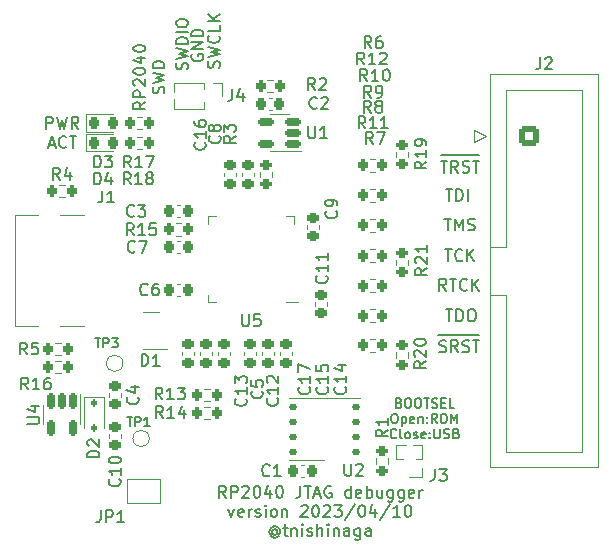
<source format=gto>
G04 #@! TF.GenerationSoftware,KiCad,Pcbnew,7.0.1-0*
G04 #@! TF.CreationDate,2023-05-08T01:12:17+09:00*
G04 #@! TF.ProjectId,rp2040_jtag_debugger,72703230-3430-45f6-9a74-61675f646562,rev?*
G04 #@! TF.SameCoordinates,Original*
G04 #@! TF.FileFunction,Legend,Top*
G04 #@! TF.FilePolarity,Positive*
%FSLAX46Y46*%
G04 Gerber Fmt 4.6, Leading zero omitted, Abs format (unit mm)*
G04 Created by KiCad (PCBNEW 7.0.1-0) date 2023-05-08 01:12:17*
%MOMM*%
%LPD*%
G01*
G04 APERTURE LIST*
G04 Aperture macros list*
%AMRoundRect*
0 Rectangle with rounded corners*
0 $1 Rounding radius*
0 $2 $3 $4 $5 $6 $7 $8 $9 X,Y pos of 4 corners*
0 Add a 4 corners polygon primitive as box body*
4,1,4,$2,$3,$4,$5,$6,$7,$8,$9,$2,$3,0*
0 Add four circle primitives for the rounded corners*
1,1,$1+$1,$2,$3*
1,1,$1+$1,$4,$5*
1,1,$1+$1,$6,$7*
1,1,$1+$1,$8,$9*
0 Add four rect primitives between the rounded corners*
20,1,$1+$1,$2,$3,$4,$5,0*
20,1,$1+$1,$4,$5,$6,$7,0*
20,1,$1+$1,$6,$7,$8,$9,0*
20,1,$1+$1,$8,$9,$2,$3,0*%
G04 Aperture macros list end*
%ADD10C,0.150000*%
%ADD11C,0.120000*%
%ADD12C,3.000000*%
%ADD13RoundRect,0.250000X-0.600000X-0.600000X0.600000X-0.600000X0.600000X0.600000X-0.600000X0.600000X0*%
%ADD14C,1.700000*%
%ADD15RoundRect,0.200000X-0.200000X-0.275000X0.200000X-0.275000X0.200000X0.275000X-0.200000X0.275000X0*%
%ADD16RoundRect,0.225000X0.250000X-0.225000X0.250000X0.225000X-0.250000X0.225000X-0.250000X-0.225000X0*%
%ADD17R,1.000000X1.000000*%
%ADD18O,1.000000X1.000000*%
%ADD19RoundRect,0.225000X-0.250000X0.225000X-0.250000X-0.225000X0.250000X-0.225000X0.250000X0.225000X0*%
%ADD20RoundRect,0.200000X0.200000X0.275000X-0.200000X0.275000X-0.200000X-0.275000X0.200000X-0.275000X0*%
%ADD21R,0.700000X1.000000*%
%ADD22R,0.700000X0.600000*%
%ADD23RoundRect,0.218750X-0.218750X-0.256250X0.218750X-0.256250X0.218750X0.256250X-0.218750X0.256250X0*%
%ADD24C,0.650000*%
%ADD25R,1.450000X0.600000*%
%ADD26R,1.450000X0.300000*%
%ADD27O,2.100000X1.000000*%
%ADD28O,1.600000X1.000000*%
%ADD29RoundRect,0.125000X0.250000X0.125000X-0.250000X0.125000X-0.250000X-0.125000X0.250000X-0.125000X0*%
%ADD30R,3.400000X4.300000*%
%ADD31RoundRect,0.225000X0.225000X0.250000X-0.225000X0.250000X-0.225000X-0.250000X0.225000X-0.250000X0*%
%ADD32RoundRect,0.150000X-0.150000X0.512500X-0.150000X-0.512500X0.150000X-0.512500X0.150000X0.512500X0*%
%ADD33RoundRect,0.200000X-0.275000X0.200000X-0.275000X-0.200000X0.275000X-0.200000X0.275000X0.200000X0*%
%ADD34O,0.875000X0.200000*%
%ADD35O,0.200000X0.875000*%
%ADD36R,0.800000X0.800000*%
%ADD37RoundRect,0.225000X-0.225000X-0.250000X0.225000X-0.250000X0.225000X0.250000X-0.225000X0.250000X0*%
%ADD38RoundRect,0.200000X0.275000X-0.200000X0.275000X0.200000X-0.275000X0.200000X-0.275000X-0.200000X0*%
%ADD39R,1.000000X1.500000*%
%ADD40C,1.000000*%
%ADD41RoundRect,0.112500X-0.112500X0.187500X-0.112500X-0.187500X0.112500X-0.187500X0.112500X0.187500X0*%
%ADD42RoundRect,0.150000X0.512500X0.150000X-0.512500X0.150000X-0.512500X-0.150000X0.512500X-0.150000X0*%
G04 APERTURE END LIST*
D10*
X118083808Y-92792619D02*
X117750475Y-92316428D01*
X117512380Y-92792619D02*
X117512380Y-91792619D01*
X117512380Y-91792619D02*
X117893332Y-91792619D01*
X117893332Y-91792619D02*
X117988570Y-91840238D01*
X117988570Y-91840238D02*
X118036189Y-91887857D01*
X118036189Y-91887857D02*
X118083808Y-91983095D01*
X118083808Y-91983095D02*
X118083808Y-92125952D01*
X118083808Y-92125952D02*
X118036189Y-92221190D01*
X118036189Y-92221190D02*
X117988570Y-92268809D01*
X117988570Y-92268809D02*
X117893332Y-92316428D01*
X117893332Y-92316428D02*
X117512380Y-92316428D01*
X118512380Y-92792619D02*
X118512380Y-91792619D01*
X118512380Y-91792619D02*
X118893332Y-91792619D01*
X118893332Y-91792619D02*
X118988570Y-91840238D01*
X118988570Y-91840238D02*
X119036189Y-91887857D01*
X119036189Y-91887857D02*
X119083808Y-91983095D01*
X119083808Y-91983095D02*
X119083808Y-92125952D01*
X119083808Y-92125952D02*
X119036189Y-92221190D01*
X119036189Y-92221190D02*
X118988570Y-92268809D01*
X118988570Y-92268809D02*
X118893332Y-92316428D01*
X118893332Y-92316428D02*
X118512380Y-92316428D01*
X119464761Y-91887857D02*
X119512380Y-91840238D01*
X119512380Y-91840238D02*
X119607618Y-91792619D01*
X119607618Y-91792619D02*
X119845713Y-91792619D01*
X119845713Y-91792619D02*
X119940951Y-91840238D01*
X119940951Y-91840238D02*
X119988570Y-91887857D01*
X119988570Y-91887857D02*
X120036189Y-91983095D01*
X120036189Y-91983095D02*
X120036189Y-92078333D01*
X120036189Y-92078333D02*
X119988570Y-92221190D01*
X119988570Y-92221190D02*
X119417142Y-92792619D01*
X119417142Y-92792619D02*
X120036189Y-92792619D01*
X120655237Y-91792619D02*
X120750475Y-91792619D01*
X120750475Y-91792619D02*
X120845713Y-91840238D01*
X120845713Y-91840238D02*
X120893332Y-91887857D01*
X120893332Y-91887857D02*
X120940951Y-91983095D01*
X120940951Y-91983095D02*
X120988570Y-92173571D01*
X120988570Y-92173571D02*
X120988570Y-92411666D01*
X120988570Y-92411666D02*
X120940951Y-92602142D01*
X120940951Y-92602142D02*
X120893332Y-92697380D01*
X120893332Y-92697380D02*
X120845713Y-92745000D01*
X120845713Y-92745000D02*
X120750475Y-92792619D01*
X120750475Y-92792619D02*
X120655237Y-92792619D01*
X120655237Y-92792619D02*
X120559999Y-92745000D01*
X120559999Y-92745000D02*
X120512380Y-92697380D01*
X120512380Y-92697380D02*
X120464761Y-92602142D01*
X120464761Y-92602142D02*
X120417142Y-92411666D01*
X120417142Y-92411666D02*
X120417142Y-92173571D01*
X120417142Y-92173571D02*
X120464761Y-91983095D01*
X120464761Y-91983095D02*
X120512380Y-91887857D01*
X120512380Y-91887857D02*
X120559999Y-91840238D01*
X120559999Y-91840238D02*
X120655237Y-91792619D01*
X121845713Y-92125952D02*
X121845713Y-92792619D01*
X121607618Y-91745000D02*
X121369523Y-92459285D01*
X121369523Y-92459285D02*
X121988570Y-92459285D01*
X122559999Y-91792619D02*
X122655237Y-91792619D01*
X122655237Y-91792619D02*
X122750475Y-91840238D01*
X122750475Y-91840238D02*
X122798094Y-91887857D01*
X122798094Y-91887857D02*
X122845713Y-91983095D01*
X122845713Y-91983095D02*
X122893332Y-92173571D01*
X122893332Y-92173571D02*
X122893332Y-92411666D01*
X122893332Y-92411666D02*
X122845713Y-92602142D01*
X122845713Y-92602142D02*
X122798094Y-92697380D01*
X122798094Y-92697380D02*
X122750475Y-92745000D01*
X122750475Y-92745000D02*
X122655237Y-92792619D01*
X122655237Y-92792619D02*
X122559999Y-92792619D01*
X122559999Y-92792619D02*
X122464761Y-92745000D01*
X122464761Y-92745000D02*
X122417142Y-92697380D01*
X122417142Y-92697380D02*
X122369523Y-92602142D01*
X122369523Y-92602142D02*
X122321904Y-92411666D01*
X122321904Y-92411666D02*
X122321904Y-92173571D01*
X122321904Y-92173571D02*
X122369523Y-91983095D01*
X122369523Y-91983095D02*
X122417142Y-91887857D01*
X122417142Y-91887857D02*
X122464761Y-91840238D01*
X122464761Y-91840238D02*
X122559999Y-91792619D01*
X124369523Y-91792619D02*
X124369523Y-92506904D01*
X124369523Y-92506904D02*
X124321904Y-92649761D01*
X124321904Y-92649761D02*
X124226666Y-92745000D01*
X124226666Y-92745000D02*
X124083809Y-92792619D01*
X124083809Y-92792619D02*
X123988571Y-92792619D01*
X124702857Y-91792619D02*
X125274285Y-91792619D01*
X124988571Y-92792619D02*
X124988571Y-91792619D01*
X125560000Y-92506904D02*
X126036190Y-92506904D01*
X125464762Y-92792619D02*
X125798095Y-91792619D01*
X125798095Y-91792619D02*
X126131428Y-92792619D01*
X126988571Y-91840238D02*
X126893333Y-91792619D01*
X126893333Y-91792619D02*
X126750476Y-91792619D01*
X126750476Y-91792619D02*
X126607619Y-91840238D01*
X126607619Y-91840238D02*
X126512381Y-91935476D01*
X126512381Y-91935476D02*
X126464762Y-92030714D01*
X126464762Y-92030714D02*
X126417143Y-92221190D01*
X126417143Y-92221190D02*
X126417143Y-92364047D01*
X126417143Y-92364047D02*
X126464762Y-92554523D01*
X126464762Y-92554523D02*
X126512381Y-92649761D01*
X126512381Y-92649761D02*
X126607619Y-92745000D01*
X126607619Y-92745000D02*
X126750476Y-92792619D01*
X126750476Y-92792619D02*
X126845714Y-92792619D01*
X126845714Y-92792619D02*
X126988571Y-92745000D01*
X126988571Y-92745000D02*
X127036190Y-92697380D01*
X127036190Y-92697380D02*
X127036190Y-92364047D01*
X127036190Y-92364047D02*
X126845714Y-92364047D01*
X128655238Y-92792619D02*
X128655238Y-91792619D01*
X128655238Y-92745000D02*
X128560000Y-92792619D01*
X128560000Y-92792619D02*
X128369524Y-92792619D01*
X128369524Y-92792619D02*
X128274286Y-92745000D01*
X128274286Y-92745000D02*
X128226667Y-92697380D01*
X128226667Y-92697380D02*
X128179048Y-92602142D01*
X128179048Y-92602142D02*
X128179048Y-92316428D01*
X128179048Y-92316428D02*
X128226667Y-92221190D01*
X128226667Y-92221190D02*
X128274286Y-92173571D01*
X128274286Y-92173571D02*
X128369524Y-92125952D01*
X128369524Y-92125952D02*
X128560000Y-92125952D01*
X128560000Y-92125952D02*
X128655238Y-92173571D01*
X129512381Y-92745000D02*
X129417143Y-92792619D01*
X129417143Y-92792619D02*
X129226667Y-92792619D01*
X129226667Y-92792619D02*
X129131429Y-92745000D01*
X129131429Y-92745000D02*
X129083810Y-92649761D01*
X129083810Y-92649761D02*
X129083810Y-92268809D01*
X129083810Y-92268809D02*
X129131429Y-92173571D01*
X129131429Y-92173571D02*
X129226667Y-92125952D01*
X129226667Y-92125952D02*
X129417143Y-92125952D01*
X129417143Y-92125952D02*
X129512381Y-92173571D01*
X129512381Y-92173571D02*
X129560000Y-92268809D01*
X129560000Y-92268809D02*
X129560000Y-92364047D01*
X129560000Y-92364047D02*
X129083810Y-92459285D01*
X129988572Y-92792619D02*
X129988572Y-91792619D01*
X129988572Y-92173571D02*
X130083810Y-92125952D01*
X130083810Y-92125952D02*
X130274286Y-92125952D01*
X130274286Y-92125952D02*
X130369524Y-92173571D01*
X130369524Y-92173571D02*
X130417143Y-92221190D01*
X130417143Y-92221190D02*
X130464762Y-92316428D01*
X130464762Y-92316428D02*
X130464762Y-92602142D01*
X130464762Y-92602142D02*
X130417143Y-92697380D01*
X130417143Y-92697380D02*
X130369524Y-92745000D01*
X130369524Y-92745000D02*
X130274286Y-92792619D01*
X130274286Y-92792619D02*
X130083810Y-92792619D01*
X130083810Y-92792619D02*
X129988572Y-92745000D01*
X131321905Y-92125952D02*
X131321905Y-92792619D01*
X130893334Y-92125952D02*
X130893334Y-92649761D01*
X130893334Y-92649761D02*
X130940953Y-92745000D01*
X130940953Y-92745000D02*
X131036191Y-92792619D01*
X131036191Y-92792619D02*
X131179048Y-92792619D01*
X131179048Y-92792619D02*
X131274286Y-92745000D01*
X131274286Y-92745000D02*
X131321905Y-92697380D01*
X132226667Y-92125952D02*
X132226667Y-92935476D01*
X132226667Y-92935476D02*
X132179048Y-93030714D01*
X132179048Y-93030714D02*
X132131429Y-93078333D01*
X132131429Y-93078333D02*
X132036191Y-93125952D01*
X132036191Y-93125952D02*
X131893334Y-93125952D01*
X131893334Y-93125952D02*
X131798096Y-93078333D01*
X132226667Y-92745000D02*
X132131429Y-92792619D01*
X132131429Y-92792619D02*
X131940953Y-92792619D01*
X131940953Y-92792619D02*
X131845715Y-92745000D01*
X131845715Y-92745000D02*
X131798096Y-92697380D01*
X131798096Y-92697380D02*
X131750477Y-92602142D01*
X131750477Y-92602142D02*
X131750477Y-92316428D01*
X131750477Y-92316428D02*
X131798096Y-92221190D01*
X131798096Y-92221190D02*
X131845715Y-92173571D01*
X131845715Y-92173571D02*
X131940953Y-92125952D01*
X131940953Y-92125952D02*
X132131429Y-92125952D01*
X132131429Y-92125952D02*
X132226667Y-92173571D01*
X133131429Y-92125952D02*
X133131429Y-92935476D01*
X133131429Y-92935476D02*
X133083810Y-93030714D01*
X133083810Y-93030714D02*
X133036191Y-93078333D01*
X133036191Y-93078333D02*
X132940953Y-93125952D01*
X132940953Y-93125952D02*
X132798096Y-93125952D01*
X132798096Y-93125952D02*
X132702858Y-93078333D01*
X133131429Y-92745000D02*
X133036191Y-92792619D01*
X133036191Y-92792619D02*
X132845715Y-92792619D01*
X132845715Y-92792619D02*
X132750477Y-92745000D01*
X132750477Y-92745000D02*
X132702858Y-92697380D01*
X132702858Y-92697380D02*
X132655239Y-92602142D01*
X132655239Y-92602142D02*
X132655239Y-92316428D01*
X132655239Y-92316428D02*
X132702858Y-92221190D01*
X132702858Y-92221190D02*
X132750477Y-92173571D01*
X132750477Y-92173571D02*
X132845715Y-92125952D01*
X132845715Y-92125952D02*
X133036191Y-92125952D01*
X133036191Y-92125952D02*
X133131429Y-92173571D01*
X133988572Y-92745000D02*
X133893334Y-92792619D01*
X133893334Y-92792619D02*
X133702858Y-92792619D01*
X133702858Y-92792619D02*
X133607620Y-92745000D01*
X133607620Y-92745000D02*
X133560001Y-92649761D01*
X133560001Y-92649761D02*
X133560001Y-92268809D01*
X133560001Y-92268809D02*
X133607620Y-92173571D01*
X133607620Y-92173571D02*
X133702858Y-92125952D01*
X133702858Y-92125952D02*
X133893334Y-92125952D01*
X133893334Y-92125952D02*
X133988572Y-92173571D01*
X133988572Y-92173571D02*
X134036191Y-92268809D01*
X134036191Y-92268809D02*
X134036191Y-92364047D01*
X134036191Y-92364047D02*
X133560001Y-92459285D01*
X134464763Y-92792619D02*
X134464763Y-92125952D01*
X134464763Y-92316428D02*
X134512382Y-92221190D01*
X134512382Y-92221190D02*
X134560001Y-92173571D01*
X134560001Y-92173571D02*
X134655239Y-92125952D01*
X134655239Y-92125952D02*
X134750477Y-92125952D01*
X118298095Y-93745952D02*
X118536190Y-94412619D01*
X118536190Y-94412619D02*
X118774285Y-93745952D01*
X119536190Y-94365000D02*
X119440952Y-94412619D01*
X119440952Y-94412619D02*
X119250476Y-94412619D01*
X119250476Y-94412619D02*
X119155238Y-94365000D01*
X119155238Y-94365000D02*
X119107619Y-94269761D01*
X119107619Y-94269761D02*
X119107619Y-93888809D01*
X119107619Y-93888809D02*
X119155238Y-93793571D01*
X119155238Y-93793571D02*
X119250476Y-93745952D01*
X119250476Y-93745952D02*
X119440952Y-93745952D01*
X119440952Y-93745952D02*
X119536190Y-93793571D01*
X119536190Y-93793571D02*
X119583809Y-93888809D01*
X119583809Y-93888809D02*
X119583809Y-93984047D01*
X119583809Y-93984047D02*
X119107619Y-94079285D01*
X120012381Y-94412619D02*
X120012381Y-93745952D01*
X120012381Y-93936428D02*
X120060000Y-93841190D01*
X120060000Y-93841190D02*
X120107619Y-93793571D01*
X120107619Y-93793571D02*
X120202857Y-93745952D01*
X120202857Y-93745952D02*
X120298095Y-93745952D01*
X120583810Y-94365000D02*
X120679048Y-94412619D01*
X120679048Y-94412619D02*
X120869524Y-94412619D01*
X120869524Y-94412619D02*
X120964762Y-94365000D01*
X120964762Y-94365000D02*
X121012381Y-94269761D01*
X121012381Y-94269761D02*
X121012381Y-94222142D01*
X121012381Y-94222142D02*
X120964762Y-94126904D01*
X120964762Y-94126904D02*
X120869524Y-94079285D01*
X120869524Y-94079285D02*
X120726667Y-94079285D01*
X120726667Y-94079285D02*
X120631429Y-94031666D01*
X120631429Y-94031666D02*
X120583810Y-93936428D01*
X120583810Y-93936428D02*
X120583810Y-93888809D01*
X120583810Y-93888809D02*
X120631429Y-93793571D01*
X120631429Y-93793571D02*
X120726667Y-93745952D01*
X120726667Y-93745952D02*
X120869524Y-93745952D01*
X120869524Y-93745952D02*
X120964762Y-93793571D01*
X121440953Y-94412619D02*
X121440953Y-93745952D01*
X121440953Y-93412619D02*
X121393334Y-93460238D01*
X121393334Y-93460238D02*
X121440953Y-93507857D01*
X121440953Y-93507857D02*
X121488572Y-93460238D01*
X121488572Y-93460238D02*
X121440953Y-93412619D01*
X121440953Y-93412619D02*
X121440953Y-93507857D01*
X122060000Y-94412619D02*
X121964762Y-94365000D01*
X121964762Y-94365000D02*
X121917143Y-94317380D01*
X121917143Y-94317380D02*
X121869524Y-94222142D01*
X121869524Y-94222142D02*
X121869524Y-93936428D01*
X121869524Y-93936428D02*
X121917143Y-93841190D01*
X121917143Y-93841190D02*
X121964762Y-93793571D01*
X121964762Y-93793571D02*
X122060000Y-93745952D01*
X122060000Y-93745952D02*
X122202857Y-93745952D01*
X122202857Y-93745952D02*
X122298095Y-93793571D01*
X122298095Y-93793571D02*
X122345714Y-93841190D01*
X122345714Y-93841190D02*
X122393333Y-93936428D01*
X122393333Y-93936428D02*
X122393333Y-94222142D01*
X122393333Y-94222142D02*
X122345714Y-94317380D01*
X122345714Y-94317380D02*
X122298095Y-94365000D01*
X122298095Y-94365000D02*
X122202857Y-94412619D01*
X122202857Y-94412619D02*
X122060000Y-94412619D01*
X122821905Y-93745952D02*
X122821905Y-94412619D01*
X122821905Y-93841190D02*
X122869524Y-93793571D01*
X122869524Y-93793571D02*
X122964762Y-93745952D01*
X122964762Y-93745952D02*
X123107619Y-93745952D01*
X123107619Y-93745952D02*
X123202857Y-93793571D01*
X123202857Y-93793571D02*
X123250476Y-93888809D01*
X123250476Y-93888809D02*
X123250476Y-94412619D01*
X124440953Y-93507857D02*
X124488572Y-93460238D01*
X124488572Y-93460238D02*
X124583810Y-93412619D01*
X124583810Y-93412619D02*
X124821905Y-93412619D01*
X124821905Y-93412619D02*
X124917143Y-93460238D01*
X124917143Y-93460238D02*
X124964762Y-93507857D01*
X124964762Y-93507857D02*
X125012381Y-93603095D01*
X125012381Y-93603095D02*
X125012381Y-93698333D01*
X125012381Y-93698333D02*
X124964762Y-93841190D01*
X124964762Y-93841190D02*
X124393334Y-94412619D01*
X124393334Y-94412619D02*
X125012381Y-94412619D01*
X125631429Y-93412619D02*
X125726667Y-93412619D01*
X125726667Y-93412619D02*
X125821905Y-93460238D01*
X125821905Y-93460238D02*
X125869524Y-93507857D01*
X125869524Y-93507857D02*
X125917143Y-93603095D01*
X125917143Y-93603095D02*
X125964762Y-93793571D01*
X125964762Y-93793571D02*
X125964762Y-94031666D01*
X125964762Y-94031666D02*
X125917143Y-94222142D01*
X125917143Y-94222142D02*
X125869524Y-94317380D01*
X125869524Y-94317380D02*
X125821905Y-94365000D01*
X125821905Y-94365000D02*
X125726667Y-94412619D01*
X125726667Y-94412619D02*
X125631429Y-94412619D01*
X125631429Y-94412619D02*
X125536191Y-94365000D01*
X125536191Y-94365000D02*
X125488572Y-94317380D01*
X125488572Y-94317380D02*
X125440953Y-94222142D01*
X125440953Y-94222142D02*
X125393334Y-94031666D01*
X125393334Y-94031666D02*
X125393334Y-93793571D01*
X125393334Y-93793571D02*
X125440953Y-93603095D01*
X125440953Y-93603095D02*
X125488572Y-93507857D01*
X125488572Y-93507857D02*
X125536191Y-93460238D01*
X125536191Y-93460238D02*
X125631429Y-93412619D01*
X126345715Y-93507857D02*
X126393334Y-93460238D01*
X126393334Y-93460238D02*
X126488572Y-93412619D01*
X126488572Y-93412619D02*
X126726667Y-93412619D01*
X126726667Y-93412619D02*
X126821905Y-93460238D01*
X126821905Y-93460238D02*
X126869524Y-93507857D01*
X126869524Y-93507857D02*
X126917143Y-93603095D01*
X126917143Y-93603095D02*
X126917143Y-93698333D01*
X126917143Y-93698333D02*
X126869524Y-93841190D01*
X126869524Y-93841190D02*
X126298096Y-94412619D01*
X126298096Y-94412619D02*
X126917143Y-94412619D01*
X127250477Y-93412619D02*
X127869524Y-93412619D01*
X127869524Y-93412619D02*
X127536191Y-93793571D01*
X127536191Y-93793571D02*
X127679048Y-93793571D01*
X127679048Y-93793571D02*
X127774286Y-93841190D01*
X127774286Y-93841190D02*
X127821905Y-93888809D01*
X127821905Y-93888809D02*
X127869524Y-93984047D01*
X127869524Y-93984047D02*
X127869524Y-94222142D01*
X127869524Y-94222142D02*
X127821905Y-94317380D01*
X127821905Y-94317380D02*
X127774286Y-94365000D01*
X127774286Y-94365000D02*
X127679048Y-94412619D01*
X127679048Y-94412619D02*
X127393334Y-94412619D01*
X127393334Y-94412619D02*
X127298096Y-94365000D01*
X127298096Y-94365000D02*
X127250477Y-94317380D01*
X129012381Y-93365000D02*
X128155239Y-94650714D01*
X129536191Y-93412619D02*
X129631429Y-93412619D01*
X129631429Y-93412619D02*
X129726667Y-93460238D01*
X129726667Y-93460238D02*
X129774286Y-93507857D01*
X129774286Y-93507857D02*
X129821905Y-93603095D01*
X129821905Y-93603095D02*
X129869524Y-93793571D01*
X129869524Y-93793571D02*
X129869524Y-94031666D01*
X129869524Y-94031666D02*
X129821905Y-94222142D01*
X129821905Y-94222142D02*
X129774286Y-94317380D01*
X129774286Y-94317380D02*
X129726667Y-94365000D01*
X129726667Y-94365000D02*
X129631429Y-94412619D01*
X129631429Y-94412619D02*
X129536191Y-94412619D01*
X129536191Y-94412619D02*
X129440953Y-94365000D01*
X129440953Y-94365000D02*
X129393334Y-94317380D01*
X129393334Y-94317380D02*
X129345715Y-94222142D01*
X129345715Y-94222142D02*
X129298096Y-94031666D01*
X129298096Y-94031666D02*
X129298096Y-93793571D01*
X129298096Y-93793571D02*
X129345715Y-93603095D01*
X129345715Y-93603095D02*
X129393334Y-93507857D01*
X129393334Y-93507857D02*
X129440953Y-93460238D01*
X129440953Y-93460238D02*
X129536191Y-93412619D01*
X130726667Y-93745952D02*
X130726667Y-94412619D01*
X130488572Y-93365000D02*
X130250477Y-94079285D01*
X130250477Y-94079285D02*
X130869524Y-94079285D01*
X131964762Y-93365000D02*
X131107620Y-94650714D01*
X132821905Y-94412619D02*
X132250477Y-94412619D01*
X132536191Y-94412619D02*
X132536191Y-93412619D01*
X132536191Y-93412619D02*
X132440953Y-93555476D01*
X132440953Y-93555476D02*
X132345715Y-93650714D01*
X132345715Y-93650714D02*
X132250477Y-93698333D01*
X133440953Y-93412619D02*
X133536191Y-93412619D01*
X133536191Y-93412619D02*
X133631429Y-93460238D01*
X133631429Y-93460238D02*
X133679048Y-93507857D01*
X133679048Y-93507857D02*
X133726667Y-93603095D01*
X133726667Y-93603095D02*
X133774286Y-93793571D01*
X133774286Y-93793571D02*
X133774286Y-94031666D01*
X133774286Y-94031666D02*
X133726667Y-94222142D01*
X133726667Y-94222142D02*
X133679048Y-94317380D01*
X133679048Y-94317380D02*
X133631429Y-94365000D01*
X133631429Y-94365000D02*
X133536191Y-94412619D01*
X133536191Y-94412619D02*
X133440953Y-94412619D01*
X133440953Y-94412619D02*
X133345715Y-94365000D01*
X133345715Y-94365000D02*
X133298096Y-94317380D01*
X133298096Y-94317380D02*
X133250477Y-94222142D01*
X133250477Y-94222142D02*
X133202858Y-94031666D01*
X133202858Y-94031666D02*
X133202858Y-93793571D01*
X133202858Y-93793571D02*
X133250477Y-93603095D01*
X133250477Y-93603095D02*
X133298096Y-93507857D01*
X133298096Y-93507857D02*
X133345715Y-93460238D01*
X133345715Y-93460238D02*
X133440953Y-93412619D01*
X122393333Y-95556428D02*
X122345714Y-95508809D01*
X122345714Y-95508809D02*
X122250476Y-95461190D01*
X122250476Y-95461190D02*
X122155238Y-95461190D01*
X122155238Y-95461190D02*
X122060000Y-95508809D01*
X122060000Y-95508809D02*
X122012381Y-95556428D01*
X122012381Y-95556428D02*
X121964762Y-95651666D01*
X121964762Y-95651666D02*
X121964762Y-95746904D01*
X121964762Y-95746904D02*
X122012381Y-95842142D01*
X122012381Y-95842142D02*
X122060000Y-95889761D01*
X122060000Y-95889761D02*
X122155238Y-95937380D01*
X122155238Y-95937380D02*
X122250476Y-95937380D01*
X122250476Y-95937380D02*
X122345714Y-95889761D01*
X122345714Y-95889761D02*
X122393333Y-95842142D01*
X122393333Y-95461190D02*
X122393333Y-95842142D01*
X122393333Y-95842142D02*
X122440952Y-95889761D01*
X122440952Y-95889761D02*
X122488571Y-95889761D01*
X122488571Y-95889761D02*
X122583810Y-95842142D01*
X122583810Y-95842142D02*
X122631429Y-95746904D01*
X122631429Y-95746904D02*
X122631429Y-95508809D01*
X122631429Y-95508809D02*
X122536191Y-95365952D01*
X122536191Y-95365952D02*
X122393333Y-95270714D01*
X122393333Y-95270714D02*
X122202857Y-95223095D01*
X122202857Y-95223095D02*
X122012381Y-95270714D01*
X122012381Y-95270714D02*
X121869524Y-95365952D01*
X121869524Y-95365952D02*
X121774286Y-95508809D01*
X121774286Y-95508809D02*
X121726667Y-95699285D01*
X121726667Y-95699285D02*
X121774286Y-95889761D01*
X121774286Y-95889761D02*
X121869524Y-96032619D01*
X121869524Y-96032619D02*
X122012381Y-96127857D01*
X122012381Y-96127857D02*
X122202857Y-96175476D01*
X122202857Y-96175476D02*
X122393333Y-96127857D01*
X122393333Y-96127857D02*
X122536191Y-96032619D01*
X122917143Y-95365952D02*
X123298095Y-95365952D01*
X123060000Y-95032619D02*
X123060000Y-95889761D01*
X123060000Y-95889761D02*
X123107619Y-95985000D01*
X123107619Y-95985000D02*
X123202857Y-96032619D01*
X123202857Y-96032619D02*
X123298095Y-96032619D01*
X123631429Y-95365952D02*
X123631429Y-96032619D01*
X123631429Y-95461190D02*
X123679048Y-95413571D01*
X123679048Y-95413571D02*
X123774286Y-95365952D01*
X123774286Y-95365952D02*
X123917143Y-95365952D01*
X123917143Y-95365952D02*
X124012381Y-95413571D01*
X124012381Y-95413571D02*
X124060000Y-95508809D01*
X124060000Y-95508809D02*
X124060000Y-96032619D01*
X124536191Y-96032619D02*
X124536191Y-95365952D01*
X124536191Y-95032619D02*
X124488572Y-95080238D01*
X124488572Y-95080238D02*
X124536191Y-95127857D01*
X124536191Y-95127857D02*
X124583810Y-95080238D01*
X124583810Y-95080238D02*
X124536191Y-95032619D01*
X124536191Y-95032619D02*
X124536191Y-95127857D01*
X124964762Y-95985000D02*
X125060000Y-96032619D01*
X125060000Y-96032619D02*
X125250476Y-96032619D01*
X125250476Y-96032619D02*
X125345714Y-95985000D01*
X125345714Y-95985000D02*
X125393333Y-95889761D01*
X125393333Y-95889761D02*
X125393333Y-95842142D01*
X125393333Y-95842142D02*
X125345714Y-95746904D01*
X125345714Y-95746904D02*
X125250476Y-95699285D01*
X125250476Y-95699285D02*
X125107619Y-95699285D01*
X125107619Y-95699285D02*
X125012381Y-95651666D01*
X125012381Y-95651666D02*
X124964762Y-95556428D01*
X124964762Y-95556428D02*
X124964762Y-95508809D01*
X124964762Y-95508809D02*
X125012381Y-95413571D01*
X125012381Y-95413571D02*
X125107619Y-95365952D01*
X125107619Y-95365952D02*
X125250476Y-95365952D01*
X125250476Y-95365952D02*
X125345714Y-95413571D01*
X125821905Y-96032619D02*
X125821905Y-95032619D01*
X126250476Y-96032619D02*
X126250476Y-95508809D01*
X126250476Y-95508809D02*
X126202857Y-95413571D01*
X126202857Y-95413571D02*
X126107619Y-95365952D01*
X126107619Y-95365952D02*
X125964762Y-95365952D01*
X125964762Y-95365952D02*
X125869524Y-95413571D01*
X125869524Y-95413571D02*
X125821905Y-95461190D01*
X126726667Y-96032619D02*
X126726667Y-95365952D01*
X126726667Y-95032619D02*
X126679048Y-95080238D01*
X126679048Y-95080238D02*
X126726667Y-95127857D01*
X126726667Y-95127857D02*
X126774286Y-95080238D01*
X126774286Y-95080238D02*
X126726667Y-95032619D01*
X126726667Y-95032619D02*
X126726667Y-95127857D01*
X127202857Y-95365952D02*
X127202857Y-96032619D01*
X127202857Y-95461190D02*
X127250476Y-95413571D01*
X127250476Y-95413571D02*
X127345714Y-95365952D01*
X127345714Y-95365952D02*
X127488571Y-95365952D01*
X127488571Y-95365952D02*
X127583809Y-95413571D01*
X127583809Y-95413571D02*
X127631428Y-95508809D01*
X127631428Y-95508809D02*
X127631428Y-96032619D01*
X128536190Y-96032619D02*
X128536190Y-95508809D01*
X128536190Y-95508809D02*
X128488571Y-95413571D01*
X128488571Y-95413571D02*
X128393333Y-95365952D01*
X128393333Y-95365952D02*
X128202857Y-95365952D01*
X128202857Y-95365952D02*
X128107619Y-95413571D01*
X128536190Y-95985000D02*
X128440952Y-96032619D01*
X128440952Y-96032619D02*
X128202857Y-96032619D01*
X128202857Y-96032619D02*
X128107619Y-95985000D01*
X128107619Y-95985000D02*
X128060000Y-95889761D01*
X128060000Y-95889761D02*
X128060000Y-95794523D01*
X128060000Y-95794523D02*
X128107619Y-95699285D01*
X128107619Y-95699285D02*
X128202857Y-95651666D01*
X128202857Y-95651666D02*
X128440952Y-95651666D01*
X128440952Y-95651666D02*
X128536190Y-95604047D01*
X129440952Y-95365952D02*
X129440952Y-96175476D01*
X129440952Y-96175476D02*
X129393333Y-96270714D01*
X129393333Y-96270714D02*
X129345714Y-96318333D01*
X129345714Y-96318333D02*
X129250476Y-96365952D01*
X129250476Y-96365952D02*
X129107619Y-96365952D01*
X129107619Y-96365952D02*
X129012381Y-96318333D01*
X129440952Y-95985000D02*
X129345714Y-96032619D01*
X129345714Y-96032619D02*
X129155238Y-96032619D01*
X129155238Y-96032619D02*
X129060000Y-95985000D01*
X129060000Y-95985000D02*
X129012381Y-95937380D01*
X129012381Y-95937380D02*
X128964762Y-95842142D01*
X128964762Y-95842142D02*
X128964762Y-95556428D01*
X128964762Y-95556428D02*
X129012381Y-95461190D01*
X129012381Y-95461190D02*
X129060000Y-95413571D01*
X129060000Y-95413571D02*
X129155238Y-95365952D01*
X129155238Y-95365952D02*
X129345714Y-95365952D01*
X129345714Y-95365952D02*
X129440952Y-95413571D01*
X130345714Y-96032619D02*
X130345714Y-95508809D01*
X130345714Y-95508809D02*
X130298095Y-95413571D01*
X130298095Y-95413571D02*
X130202857Y-95365952D01*
X130202857Y-95365952D02*
X130012381Y-95365952D01*
X130012381Y-95365952D02*
X129917143Y-95413571D01*
X130345714Y-95985000D02*
X130250476Y-96032619D01*
X130250476Y-96032619D02*
X130012381Y-96032619D01*
X130012381Y-96032619D02*
X129917143Y-95985000D01*
X129917143Y-95985000D02*
X129869524Y-95889761D01*
X129869524Y-95889761D02*
X129869524Y-95794523D01*
X129869524Y-95794523D02*
X129917143Y-95699285D01*
X129917143Y-95699285D02*
X130012381Y-95651666D01*
X130012381Y-95651666D02*
X130250476Y-95651666D01*
X130250476Y-95651666D02*
X130345714Y-95604047D01*
X136676191Y-66662619D02*
X137247619Y-66662619D01*
X136961905Y-67662619D02*
X136961905Y-66662619D01*
X137580953Y-67662619D02*
X137580953Y-66662619D01*
X137580953Y-66662619D02*
X137819048Y-66662619D01*
X137819048Y-66662619D02*
X137961905Y-66710238D01*
X137961905Y-66710238D02*
X138057143Y-66805476D01*
X138057143Y-66805476D02*
X138104762Y-66900714D01*
X138104762Y-66900714D02*
X138152381Y-67091190D01*
X138152381Y-67091190D02*
X138152381Y-67234047D01*
X138152381Y-67234047D02*
X138104762Y-67424523D01*
X138104762Y-67424523D02*
X138057143Y-67519761D01*
X138057143Y-67519761D02*
X137961905Y-67615000D01*
X137961905Y-67615000D02*
X137819048Y-67662619D01*
X137819048Y-67662619D02*
X137580953Y-67662619D01*
X138580953Y-67662619D02*
X138580953Y-66662619D01*
X136614286Y-71762619D02*
X137185714Y-71762619D01*
X136900000Y-72762619D02*
X136900000Y-71762619D01*
X138090476Y-72667380D02*
X138042857Y-72715000D01*
X138042857Y-72715000D02*
X137900000Y-72762619D01*
X137900000Y-72762619D02*
X137804762Y-72762619D01*
X137804762Y-72762619D02*
X137661905Y-72715000D01*
X137661905Y-72715000D02*
X137566667Y-72619761D01*
X137566667Y-72619761D02*
X137519048Y-72524523D01*
X137519048Y-72524523D02*
X137471429Y-72334047D01*
X137471429Y-72334047D02*
X137471429Y-72191190D01*
X137471429Y-72191190D02*
X137519048Y-72000714D01*
X137519048Y-72000714D02*
X137566667Y-71905476D01*
X137566667Y-71905476D02*
X137661905Y-71810238D01*
X137661905Y-71810238D02*
X137804762Y-71762619D01*
X137804762Y-71762619D02*
X137900000Y-71762619D01*
X137900000Y-71762619D02*
X138042857Y-71810238D01*
X138042857Y-71810238D02*
X138090476Y-71857857D01*
X138519048Y-72762619D02*
X138519048Y-71762619D01*
X139090476Y-72762619D02*
X138661905Y-72191190D01*
X139090476Y-71762619D02*
X138519048Y-72334047D01*
X136157143Y-80415000D02*
X136300000Y-80462619D01*
X136300000Y-80462619D02*
X136538095Y-80462619D01*
X136538095Y-80462619D02*
X136633333Y-80415000D01*
X136633333Y-80415000D02*
X136680952Y-80367380D01*
X136680952Y-80367380D02*
X136728571Y-80272142D01*
X136728571Y-80272142D02*
X136728571Y-80176904D01*
X136728571Y-80176904D02*
X136680952Y-80081666D01*
X136680952Y-80081666D02*
X136633333Y-80034047D01*
X136633333Y-80034047D02*
X136538095Y-79986428D01*
X136538095Y-79986428D02*
X136347619Y-79938809D01*
X136347619Y-79938809D02*
X136252381Y-79891190D01*
X136252381Y-79891190D02*
X136204762Y-79843571D01*
X136204762Y-79843571D02*
X136157143Y-79748333D01*
X136157143Y-79748333D02*
X136157143Y-79653095D01*
X136157143Y-79653095D02*
X136204762Y-79557857D01*
X136204762Y-79557857D02*
X136252381Y-79510238D01*
X136252381Y-79510238D02*
X136347619Y-79462619D01*
X136347619Y-79462619D02*
X136585714Y-79462619D01*
X136585714Y-79462619D02*
X136728571Y-79510238D01*
X137728571Y-80462619D02*
X137395238Y-79986428D01*
X137157143Y-80462619D02*
X137157143Y-79462619D01*
X137157143Y-79462619D02*
X137538095Y-79462619D01*
X137538095Y-79462619D02*
X137633333Y-79510238D01*
X137633333Y-79510238D02*
X137680952Y-79557857D01*
X137680952Y-79557857D02*
X137728571Y-79653095D01*
X137728571Y-79653095D02*
X137728571Y-79795952D01*
X137728571Y-79795952D02*
X137680952Y-79891190D01*
X137680952Y-79891190D02*
X137633333Y-79938809D01*
X137633333Y-79938809D02*
X137538095Y-79986428D01*
X137538095Y-79986428D02*
X137157143Y-79986428D01*
X138109524Y-80415000D02*
X138252381Y-80462619D01*
X138252381Y-80462619D02*
X138490476Y-80462619D01*
X138490476Y-80462619D02*
X138585714Y-80415000D01*
X138585714Y-80415000D02*
X138633333Y-80367380D01*
X138633333Y-80367380D02*
X138680952Y-80272142D01*
X138680952Y-80272142D02*
X138680952Y-80176904D01*
X138680952Y-80176904D02*
X138633333Y-80081666D01*
X138633333Y-80081666D02*
X138585714Y-80034047D01*
X138585714Y-80034047D02*
X138490476Y-79986428D01*
X138490476Y-79986428D02*
X138300000Y-79938809D01*
X138300000Y-79938809D02*
X138204762Y-79891190D01*
X138204762Y-79891190D02*
X138157143Y-79843571D01*
X138157143Y-79843571D02*
X138109524Y-79748333D01*
X138109524Y-79748333D02*
X138109524Y-79653095D01*
X138109524Y-79653095D02*
X138157143Y-79557857D01*
X138157143Y-79557857D02*
X138204762Y-79510238D01*
X138204762Y-79510238D02*
X138300000Y-79462619D01*
X138300000Y-79462619D02*
X138538095Y-79462619D01*
X138538095Y-79462619D02*
X138680952Y-79510238D01*
X138966667Y-79462619D02*
X139538095Y-79462619D01*
X139252381Y-80462619D02*
X139252381Y-79462619D01*
X136066667Y-79015000D02*
X139533334Y-79015000D01*
X136728571Y-75262619D02*
X136395238Y-74786428D01*
X136157143Y-75262619D02*
X136157143Y-74262619D01*
X136157143Y-74262619D02*
X136538095Y-74262619D01*
X136538095Y-74262619D02*
X136633333Y-74310238D01*
X136633333Y-74310238D02*
X136680952Y-74357857D01*
X136680952Y-74357857D02*
X136728571Y-74453095D01*
X136728571Y-74453095D02*
X136728571Y-74595952D01*
X136728571Y-74595952D02*
X136680952Y-74691190D01*
X136680952Y-74691190D02*
X136633333Y-74738809D01*
X136633333Y-74738809D02*
X136538095Y-74786428D01*
X136538095Y-74786428D02*
X136157143Y-74786428D01*
X137014286Y-74262619D02*
X137585714Y-74262619D01*
X137300000Y-75262619D02*
X137300000Y-74262619D01*
X138490476Y-75167380D02*
X138442857Y-75215000D01*
X138442857Y-75215000D02*
X138300000Y-75262619D01*
X138300000Y-75262619D02*
X138204762Y-75262619D01*
X138204762Y-75262619D02*
X138061905Y-75215000D01*
X138061905Y-75215000D02*
X137966667Y-75119761D01*
X137966667Y-75119761D02*
X137919048Y-75024523D01*
X137919048Y-75024523D02*
X137871429Y-74834047D01*
X137871429Y-74834047D02*
X137871429Y-74691190D01*
X137871429Y-74691190D02*
X137919048Y-74500714D01*
X137919048Y-74500714D02*
X137966667Y-74405476D01*
X137966667Y-74405476D02*
X138061905Y-74310238D01*
X138061905Y-74310238D02*
X138204762Y-74262619D01*
X138204762Y-74262619D02*
X138300000Y-74262619D01*
X138300000Y-74262619D02*
X138442857Y-74310238D01*
X138442857Y-74310238D02*
X138490476Y-74357857D01*
X138919048Y-75262619D02*
X138919048Y-74262619D01*
X139490476Y-75262619D02*
X139061905Y-74691190D01*
X139490476Y-74262619D02*
X138919048Y-74834047D01*
X132747618Y-84755047D02*
X132861904Y-84793142D01*
X132861904Y-84793142D02*
X132899999Y-84831238D01*
X132899999Y-84831238D02*
X132938095Y-84907428D01*
X132938095Y-84907428D02*
X132938095Y-85021714D01*
X132938095Y-85021714D02*
X132899999Y-85097904D01*
X132899999Y-85097904D02*
X132861904Y-85136000D01*
X132861904Y-85136000D02*
X132785714Y-85174095D01*
X132785714Y-85174095D02*
X132480952Y-85174095D01*
X132480952Y-85174095D02*
X132480952Y-84374095D01*
X132480952Y-84374095D02*
X132747618Y-84374095D01*
X132747618Y-84374095D02*
X132823809Y-84412190D01*
X132823809Y-84412190D02*
X132861904Y-84450285D01*
X132861904Y-84450285D02*
X132899999Y-84526476D01*
X132899999Y-84526476D02*
X132899999Y-84602666D01*
X132899999Y-84602666D02*
X132861904Y-84678857D01*
X132861904Y-84678857D02*
X132823809Y-84716952D01*
X132823809Y-84716952D02*
X132747618Y-84755047D01*
X132747618Y-84755047D02*
X132480952Y-84755047D01*
X133433333Y-84374095D02*
X133585714Y-84374095D01*
X133585714Y-84374095D02*
X133661904Y-84412190D01*
X133661904Y-84412190D02*
X133738095Y-84488380D01*
X133738095Y-84488380D02*
X133776190Y-84640761D01*
X133776190Y-84640761D02*
X133776190Y-84907428D01*
X133776190Y-84907428D02*
X133738095Y-85059809D01*
X133738095Y-85059809D02*
X133661904Y-85136000D01*
X133661904Y-85136000D02*
X133585714Y-85174095D01*
X133585714Y-85174095D02*
X133433333Y-85174095D01*
X133433333Y-85174095D02*
X133357142Y-85136000D01*
X133357142Y-85136000D02*
X133280952Y-85059809D01*
X133280952Y-85059809D02*
X133242856Y-84907428D01*
X133242856Y-84907428D02*
X133242856Y-84640761D01*
X133242856Y-84640761D02*
X133280952Y-84488380D01*
X133280952Y-84488380D02*
X133357142Y-84412190D01*
X133357142Y-84412190D02*
X133433333Y-84374095D01*
X134271428Y-84374095D02*
X134423809Y-84374095D01*
X134423809Y-84374095D02*
X134499999Y-84412190D01*
X134499999Y-84412190D02*
X134576190Y-84488380D01*
X134576190Y-84488380D02*
X134614285Y-84640761D01*
X134614285Y-84640761D02*
X134614285Y-84907428D01*
X134614285Y-84907428D02*
X134576190Y-85059809D01*
X134576190Y-85059809D02*
X134499999Y-85136000D01*
X134499999Y-85136000D02*
X134423809Y-85174095D01*
X134423809Y-85174095D02*
X134271428Y-85174095D01*
X134271428Y-85174095D02*
X134195237Y-85136000D01*
X134195237Y-85136000D02*
X134119047Y-85059809D01*
X134119047Y-85059809D02*
X134080951Y-84907428D01*
X134080951Y-84907428D02*
X134080951Y-84640761D01*
X134080951Y-84640761D02*
X134119047Y-84488380D01*
X134119047Y-84488380D02*
X134195237Y-84412190D01*
X134195237Y-84412190D02*
X134271428Y-84374095D01*
X134842856Y-84374095D02*
X135299999Y-84374095D01*
X135071427Y-85174095D02*
X135071427Y-84374095D01*
X135528570Y-85136000D02*
X135642856Y-85174095D01*
X135642856Y-85174095D02*
X135833332Y-85174095D01*
X135833332Y-85174095D02*
X135909523Y-85136000D01*
X135909523Y-85136000D02*
X135947618Y-85097904D01*
X135947618Y-85097904D02*
X135985713Y-85021714D01*
X135985713Y-85021714D02*
X135985713Y-84945523D01*
X135985713Y-84945523D02*
X135947618Y-84869333D01*
X135947618Y-84869333D02*
X135909523Y-84831238D01*
X135909523Y-84831238D02*
X135833332Y-84793142D01*
X135833332Y-84793142D02*
X135680951Y-84755047D01*
X135680951Y-84755047D02*
X135604761Y-84716952D01*
X135604761Y-84716952D02*
X135566666Y-84678857D01*
X135566666Y-84678857D02*
X135528570Y-84602666D01*
X135528570Y-84602666D02*
X135528570Y-84526476D01*
X135528570Y-84526476D02*
X135566666Y-84450285D01*
X135566666Y-84450285D02*
X135604761Y-84412190D01*
X135604761Y-84412190D02*
X135680951Y-84374095D01*
X135680951Y-84374095D02*
X135871428Y-84374095D01*
X135871428Y-84374095D02*
X135985713Y-84412190D01*
X136328571Y-84755047D02*
X136595237Y-84755047D01*
X136709523Y-85174095D02*
X136328571Y-85174095D01*
X136328571Y-85174095D02*
X136328571Y-84374095D01*
X136328571Y-84374095D02*
X136709523Y-84374095D01*
X137433333Y-85174095D02*
X137052381Y-85174095D01*
X137052381Y-85174095D02*
X137052381Y-84374095D01*
X132290476Y-85670095D02*
X132442857Y-85670095D01*
X132442857Y-85670095D02*
X132519047Y-85708190D01*
X132519047Y-85708190D02*
X132595238Y-85784380D01*
X132595238Y-85784380D02*
X132633333Y-85936761D01*
X132633333Y-85936761D02*
X132633333Y-86203428D01*
X132633333Y-86203428D02*
X132595238Y-86355809D01*
X132595238Y-86355809D02*
X132519047Y-86432000D01*
X132519047Y-86432000D02*
X132442857Y-86470095D01*
X132442857Y-86470095D02*
X132290476Y-86470095D01*
X132290476Y-86470095D02*
X132214285Y-86432000D01*
X132214285Y-86432000D02*
X132138095Y-86355809D01*
X132138095Y-86355809D02*
X132099999Y-86203428D01*
X132099999Y-86203428D02*
X132099999Y-85936761D01*
X132099999Y-85936761D02*
X132138095Y-85784380D01*
X132138095Y-85784380D02*
X132214285Y-85708190D01*
X132214285Y-85708190D02*
X132290476Y-85670095D01*
X132976190Y-85936761D02*
X132976190Y-86736761D01*
X132976190Y-85974857D02*
X133052380Y-85936761D01*
X133052380Y-85936761D02*
X133204761Y-85936761D01*
X133204761Y-85936761D02*
X133280952Y-85974857D01*
X133280952Y-85974857D02*
X133319047Y-86012952D01*
X133319047Y-86012952D02*
X133357142Y-86089142D01*
X133357142Y-86089142D02*
X133357142Y-86317714D01*
X133357142Y-86317714D02*
X133319047Y-86393904D01*
X133319047Y-86393904D02*
X133280952Y-86432000D01*
X133280952Y-86432000D02*
X133204761Y-86470095D01*
X133204761Y-86470095D02*
X133052380Y-86470095D01*
X133052380Y-86470095D02*
X132976190Y-86432000D01*
X134004762Y-86432000D02*
X133928571Y-86470095D01*
X133928571Y-86470095D02*
X133776190Y-86470095D01*
X133776190Y-86470095D02*
X133700000Y-86432000D01*
X133700000Y-86432000D02*
X133661904Y-86355809D01*
X133661904Y-86355809D02*
X133661904Y-86051047D01*
X133661904Y-86051047D02*
X133700000Y-85974857D01*
X133700000Y-85974857D02*
X133776190Y-85936761D01*
X133776190Y-85936761D02*
X133928571Y-85936761D01*
X133928571Y-85936761D02*
X134004762Y-85974857D01*
X134004762Y-85974857D02*
X134042857Y-86051047D01*
X134042857Y-86051047D02*
X134042857Y-86127238D01*
X134042857Y-86127238D02*
X133661904Y-86203428D01*
X134385714Y-85936761D02*
X134385714Y-86470095D01*
X134385714Y-86012952D02*
X134423809Y-85974857D01*
X134423809Y-85974857D02*
X134499999Y-85936761D01*
X134499999Y-85936761D02*
X134614285Y-85936761D01*
X134614285Y-85936761D02*
X134690476Y-85974857D01*
X134690476Y-85974857D02*
X134728571Y-86051047D01*
X134728571Y-86051047D02*
X134728571Y-86470095D01*
X135109524Y-86393904D02*
X135147619Y-86432000D01*
X135147619Y-86432000D02*
X135109524Y-86470095D01*
X135109524Y-86470095D02*
X135071428Y-86432000D01*
X135071428Y-86432000D02*
X135109524Y-86393904D01*
X135109524Y-86393904D02*
X135109524Y-86470095D01*
X135109524Y-85974857D02*
X135147619Y-86012952D01*
X135147619Y-86012952D02*
X135109524Y-86051047D01*
X135109524Y-86051047D02*
X135071428Y-86012952D01*
X135071428Y-86012952D02*
X135109524Y-85974857D01*
X135109524Y-85974857D02*
X135109524Y-86051047D01*
X135947619Y-86470095D02*
X135680952Y-86089142D01*
X135490476Y-86470095D02*
X135490476Y-85670095D01*
X135490476Y-85670095D02*
X135795238Y-85670095D01*
X135795238Y-85670095D02*
X135871428Y-85708190D01*
X135871428Y-85708190D02*
X135909523Y-85746285D01*
X135909523Y-85746285D02*
X135947619Y-85822476D01*
X135947619Y-85822476D02*
X135947619Y-85936761D01*
X135947619Y-85936761D02*
X135909523Y-86012952D01*
X135909523Y-86012952D02*
X135871428Y-86051047D01*
X135871428Y-86051047D02*
X135795238Y-86089142D01*
X135795238Y-86089142D02*
X135490476Y-86089142D01*
X136442857Y-85670095D02*
X136595238Y-85670095D01*
X136595238Y-85670095D02*
X136671428Y-85708190D01*
X136671428Y-85708190D02*
X136747619Y-85784380D01*
X136747619Y-85784380D02*
X136785714Y-85936761D01*
X136785714Y-85936761D02*
X136785714Y-86203428D01*
X136785714Y-86203428D02*
X136747619Y-86355809D01*
X136747619Y-86355809D02*
X136671428Y-86432000D01*
X136671428Y-86432000D02*
X136595238Y-86470095D01*
X136595238Y-86470095D02*
X136442857Y-86470095D01*
X136442857Y-86470095D02*
X136366666Y-86432000D01*
X136366666Y-86432000D02*
X136290476Y-86355809D01*
X136290476Y-86355809D02*
X136252380Y-86203428D01*
X136252380Y-86203428D02*
X136252380Y-85936761D01*
X136252380Y-85936761D02*
X136290476Y-85784380D01*
X136290476Y-85784380D02*
X136366666Y-85708190D01*
X136366666Y-85708190D02*
X136442857Y-85670095D01*
X137128571Y-86470095D02*
X137128571Y-85670095D01*
X137128571Y-85670095D02*
X137395237Y-86241523D01*
X137395237Y-86241523D02*
X137661904Y-85670095D01*
X137661904Y-85670095D02*
X137661904Y-86470095D01*
X132519048Y-87689904D02*
X132480952Y-87728000D01*
X132480952Y-87728000D02*
X132366667Y-87766095D01*
X132366667Y-87766095D02*
X132290476Y-87766095D01*
X132290476Y-87766095D02*
X132176190Y-87728000D01*
X132176190Y-87728000D02*
X132100000Y-87651809D01*
X132100000Y-87651809D02*
X132061905Y-87575619D01*
X132061905Y-87575619D02*
X132023809Y-87423238D01*
X132023809Y-87423238D02*
X132023809Y-87308952D01*
X132023809Y-87308952D02*
X132061905Y-87156571D01*
X132061905Y-87156571D02*
X132100000Y-87080380D01*
X132100000Y-87080380D02*
X132176190Y-87004190D01*
X132176190Y-87004190D02*
X132290476Y-86966095D01*
X132290476Y-86966095D02*
X132366667Y-86966095D01*
X132366667Y-86966095D02*
X132480952Y-87004190D01*
X132480952Y-87004190D02*
X132519048Y-87042285D01*
X132976190Y-87766095D02*
X132900000Y-87728000D01*
X132900000Y-87728000D02*
X132861905Y-87651809D01*
X132861905Y-87651809D02*
X132861905Y-86966095D01*
X133395238Y-87766095D02*
X133319048Y-87728000D01*
X133319048Y-87728000D02*
X133280953Y-87689904D01*
X133280953Y-87689904D02*
X133242857Y-87613714D01*
X133242857Y-87613714D02*
X133242857Y-87385142D01*
X133242857Y-87385142D02*
X133280953Y-87308952D01*
X133280953Y-87308952D02*
X133319048Y-87270857D01*
X133319048Y-87270857D02*
X133395238Y-87232761D01*
X133395238Y-87232761D02*
X133509524Y-87232761D01*
X133509524Y-87232761D02*
X133585715Y-87270857D01*
X133585715Y-87270857D02*
X133623810Y-87308952D01*
X133623810Y-87308952D02*
X133661905Y-87385142D01*
X133661905Y-87385142D02*
X133661905Y-87613714D01*
X133661905Y-87613714D02*
X133623810Y-87689904D01*
X133623810Y-87689904D02*
X133585715Y-87728000D01*
X133585715Y-87728000D02*
X133509524Y-87766095D01*
X133509524Y-87766095D02*
X133395238Y-87766095D01*
X133966667Y-87728000D02*
X134042858Y-87766095D01*
X134042858Y-87766095D02*
X134195239Y-87766095D01*
X134195239Y-87766095D02*
X134271429Y-87728000D01*
X134271429Y-87728000D02*
X134309525Y-87651809D01*
X134309525Y-87651809D02*
X134309525Y-87613714D01*
X134309525Y-87613714D02*
X134271429Y-87537523D01*
X134271429Y-87537523D02*
X134195239Y-87499428D01*
X134195239Y-87499428D02*
X134080953Y-87499428D01*
X134080953Y-87499428D02*
X134004763Y-87461333D01*
X134004763Y-87461333D02*
X133966667Y-87385142D01*
X133966667Y-87385142D02*
X133966667Y-87347047D01*
X133966667Y-87347047D02*
X134004763Y-87270857D01*
X134004763Y-87270857D02*
X134080953Y-87232761D01*
X134080953Y-87232761D02*
X134195239Y-87232761D01*
X134195239Y-87232761D02*
X134271429Y-87270857D01*
X134957144Y-87728000D02*
X134880953Y-87766095D01*
X134880953Y-87766095D02*
X134728572Y-87766095D01*
X134728572Y-87766095D02*
X134652382Y-87728000D01*
X134652382Y-87728000D02*
X134614286Y-87651809D01*
X134614286Y-87651809D02*
X134614286Y-87347047D01*
X134614286Y-87347047D02*
X134652382Y-87270857D01*
X134652382Y-87270857D02*
X134728572Y-87232761D01*
X134728572Y-87232761D02*
X134880953Y-87232761D01*
X134880953Y-87232761D02*
X134957144Y-87270857D01*
X134957144Y-87270857D02*
X134995239Y-87347047D01*
X134995239Y-87347047D02*
X134995239Y-87423238D01*
X134995239Y-87423238D02*
X134614286Y-87499428D01*
X135338096Y-87689904D02*
X135376191Y-87728000D01*
X135376191Y-87728000D02*
X135338096Y-87766095D01*
X135338096Y-87766095D02*
X135300000Y-87728000D01*
X135300000Y-87728000D02*
X135338096Y-87689904D01*
X135338096Y-87689904D02*
X135338096Y-87766095D01*
X135338096Y-87270857D02*
X135376191Y-87308952D01*
X135376191Y-87308952D02*
X135338096Y-87347047D01*
X135338096Y-87347047D02*
X135300000Y-87308952D01*
X135300000Y-87308952D02*
X135338096Y-87270857D01*
X135338096Y-87270857D02*
X135338096Y-87347047D01*
X135719048Y-86966095D02*
X135719048Y-87613714D01*
X135719048Y-87613714D02*
X135757143Y-87689904D01*
X135757143Y-87689904D02*
X135795238Y-87728000D01*
X135795238Y-87728000D02*
X135871429Y-87766095D01*
X135871429Y-87766095D02*
X136023810Y-87766095D01*
X136023810Y-87766095D02*
X136100000Y-87728000D01*
X136100000Y-87728000D02*
X136138095Y-87689904D01*
X136138095Y-87689904D02*
X136176191Y-87613714D01*
X136176191Y-87613714D02*
X136176191Y-86966095D01*
X136519047Y-87728000D02*
X136633333Y-87766095D01*
X136633333Y-87766095D02*
X136823809Y-87766095D01*
X136823809Y-87766095D02*
X136900000Y-87728000D01*
X136900000Y-87728000D02*
X136938095Y-87689904D01*
X136938095Y-87689904D02*
X136976190Y-87613714D01*
X136976190Y-87613714D02*
X136976190Y-87537523D01*
X136976190Y-87537523D02*
X136938095Y-87461333D01*
X136938095Y-87461333D02*
X136900000Y-87423238D01*
X136900000Y-87423238D02*
X136823809Y-87385142D01*
X136823809Y-87385142D02*
X136671428Y-87347047D01*
X136671428Y-87347047D02*
X136595238Y-87308952D01*
X136595238Y-87308952D02*
X136557143Y-87270857D01*
X136557143Y-87270857D02*
X136519047Y-87194666D01*
X136519047Y-87194666D02*
X136519047Y-87118476D01*
X136519047Y-87118476D02*
X136557143Y-87042285D01*
X136557143Y-87042285D02*
X136595238Y-87004190D01*
X136595238Y-87004190D02*
X136671428Y-86966095D01*
X136671428Y-86966095D02*
X136861905Y-86966095D01*
X136861905Y-86966095D02*
X136976190Y-87004190D01*
X137585714Y-87347047D02*
X137700000Y-87385142D01*
X137700000Y-87385142D02*
X137738095Y-87423238D01*
X137738095Y-87423238D02*
X137776191Y-87499428D01*
X137776191Y-87499428D02*
X137776191Y-87613714D01*
X137776191Y-87613714D02*
X137738095Y-87689904D01*
X137738095Y-87689904D02*
X137700000Y-87728000D01*
X137700000Y-87728000D02*
X137623810Y-87766095D01*
X137623810Y-87766095D02*
X137319048Y-87766095D01*
X137319048Y-87766095D02*
X137319048Y-86966095D01*
X137319048Y-86966095D02*
X137585714Y-86966095D01*
X137585714Y-86966095D02*
X137661905Y-87004190D01*
X137661905Y-87004190D02*
X137700000Y-87042285D01*
X137700000Y-87042285D02*
X137738095Y-87118476D01*
X137738095Y-87118476D02*
X137738095Y-87194666D01*
X137738095Y-87194666D02*
X137700000Y-87270857D01*
X137700000Y-87270857D02*
X137661905Y-87308952D01*
X137661905Y-87308952D02*
X137585714Y-87347047D01*
X137585714Y-87347047D02*
X137319048Y-87347047D01*
X136690476Y-76852619D02*
X137261904Y-76852619D01*
X136976190Y-77852619D02*
X136976190Y-76852619D01*
X137595238Y-77852619D02*
X137595238Y-76852619D01*
X137595238Y-76852619D02*
X137833333Y-76852619D01*
X137833333Y-76852619D02*
X137976190Y-76900238D01*
X137976190Y-76900238D02*
X138071428Y-76995476D01*
X138071428Y-76995476D02*
X138119047Y-77090714D01*
X138119047Y-77090714D02*
X138166666Y-77281190D01*
X138166666Y-77281190D02*
X138166666Y-77424047D01*
X138166666Y-77424047D02*
X138119047Y-77614523D01*
X138119047Y-77614523D02*
X138071428Y-77709761D01*
X138071428Y-77709761D02*
X137976190Y-77805000D01*
X137976190Y-77805000D02*
X137833333Y-77852619D01*
X137833333Y-77852619D02*
X137595238Y-77852619D01*
X138785714Y-76852619D02*
X138976190Y-76852619D01*
X138976190Y-76852619D02*
X139071428Y-76900238D01*
X139071428Y-76900238D02*
X139166666Y-76995476D01*
X139166666Y-76995476D02*
X139214285Y-77185952D01*
X139214285Y-77185952D02*
X139214285Y-77519285D01*
X139214285Y-77519285D02*
X139166666Y-77709761D01*
X139166666Y-77709761D02*
X139071428Y-77805000D01*
X139071428Y-77805000D02*
X138976190Y-77852619D01*
X138976190Y-77852619D02*
X138785714Y-77852619D01*
X138785714Y-77852619D02*
X138690476Y-77805000D01*
X138690476Y-77805000D02*
X138595238Y-77709761D01*
X138595238Y-77709761D02*
X138547619Y-77519285D01*
X138547619Y-77519285D02*
X138547619Y-77185952D01*
X138547619Y-77185952D02*
X138595238Y-76995476D01*
X138595238Y-76995476D02*
X138690476Y-76900238D01*
X138690476Y-76900238D02*
X138785714Y-76852619D01*
X115210238Y-55261904D02*
X115162619Y-55357142D01*
X115162619Y-55357142D02*
X115162619Y-55499999D01*
X115162619Y-55499999D02*
X115210238Y-55642856D01*
X115210238Y-55642856D02*
X115305476Y-55738094D01*
X115305476Y-55738094D02*
X115400714Y-55785713D01*
X115400714Y-55785713D02*
X115591190Y-55833332D01*
X115591190Y-55833332D02*
X115734047Y-55833332D01*
X115734047Y-55833332D02*
X115924523Y-55785713D01*
X115924523Y-55785713D02*
X116019761Y-55738094D01*
X116019761Y-55738094D02*
X116115000Y-55642856D01*
X116115000Y-55642856D02*
X116162619Y-55499999D01*
X116162619Y-55499999D02*
X116162619Y-55404761D01*
X116162619Y-55404761D02*
X116115000Y-55261904D01*
X116115000Y-55261904D02*
X116067380Y-55214285D01*
X116067380Y-55214285D02*
X115734047Y-55214285D01*
X115734047Y-55214285D02*
X115734047Y-55404761D01*
X116162619Y-54785713D02*
X115162619Y-54785713D01*
X115162619Y-54785713D02*
X116162619Y-54214285D01*
X116162619Y-54214285D02*
X115162619Y-54214285D01*
X116162619Y-53738094D02*
X115162619Y-53738094D01*
X115162619Y-53738094D02*
X115162619Y-53499999D01*
X115162619Y-53499999D02*
X115210238Y-53357142D01*
X115210238Y-53357142D02*
X115305476Y-53261904D01*
X115305476Y-53261904D02*
X115400714Y-53214285D01*
X115400714Y-53214285D02*
X115591190Y-53166666D01*
X115591190Y-53166666D02*
X115734047Y-53166666D01*
X115734047Y-53166666D02*
X115924523Y-53214285D01*
X115924523Y-53214285D02*
X116019761Y-53261904D01*
X116019761Y-53261904D02*
X116115000Y-53357142D01*
X116115000Y-53357142D02*
X116162619Y-53499999D01*
X116162619Y-53499999D02*
X116162619Y-53738094D01*
X117505000Y-56391904D02*
X117552619Y-56249047D01*
X117552619Y-56249047D02*
X117552619Y-56010952D01*
X117552619Y-56010952D02*
X117505000Y-55915714D01*
X117505000Y-55915714D02*
X117457380Y-55868095D01*
X117457380Y-55868095D02*
X117362142Y-55820476D01*
X117362142Y-55820476D02*
X117266904Y-55820476D01*
X117266904Y-55820476D02*
X117171666Y-55868095D01*
X117171666Y-55868095D02*
X117124047Y-55915714D01*
X117124047Y-55915714D02*
X117076428Y-56010952D01*
X117076428Y-56010952D02*
X117028809Y-56201428D01*
X117028809Y-56201428D02*
X116981190Y-56296666D01*
X116981190Y-56296666D02*
X116933571Y-56344285D01*
X116933571Y-56344285D02*
X116838333Y-56391904D01*
X116838333Y-56391904D02*
X116743095Y-56391904D01*
X116743095Y-56391904D02*
X116647857Y-56344285D01*
X116647857Y-56344285D02*
X116600238Y-56296666D01*
X116600238Y-56296666D02*
X116552619Y-56201428D01*
X116552619Y-56201428D02*
X116552619Y-55963333D01*
X116552619Y-55963333D02*
X116600238Y-55820476D01*
X116552619Y-55487142D02*
X117552619Y-55249047D01*
X117552619Y-55249047D02*
X116838333Y-55058571D01*
X116838333Y-55058571D02*
X117552619Y-54868095D01*
X117552619Y-54868095D02*
X116552619Y-54630000D01*
X117457380Y-53677619D02*
X117505000Y-53725238D01*
X117505000Y-53725238D02*
X117552619Y-53868095D01*
X117552619Y-53868095D02*
X117552619Y-53963333D01*
X117552619Y-53963333D02*
X117505000Y-54106190D01*
X117505000Y-54106190D02*
X117409761Y-54201428D01*
X117409761Y-54201428D02*
X117314523Y-54249047D01*
X117314523Y-54249047D02*
X117124047Y-54296666D01*
X117124047Y-54296666D02*
X116981190Y-54296666D01*
X116981190Y-54296666D02*
X116790714Y-54249047D01*
X116790714Y-54249047D02*
X116695476Y-54201428D01*
X116695476Y-54201428D02*
X116600238Y-54106190D01*
X116600238Y-54106190D02*
X116552619Y-53963333D01*
X116552619Y-53963333D02*
X116552619Y-53868095D01*
X116552619Y-53868095D02*
X116600238Y-53725238D01*
X116600238Y-53725238D02*
X116647857Y-53677619D01*
X117552619Y-52772857D02*
X117552619Y-53249047D01*
X117552619Y-53249047D02*
X116552619Y-53249047D01*
X117552619Y-52439523D02*
X116552619Y-52439523D01*
X117552619Y-51868095D02*
X116981190Y-52296666D01*
X116552619Y-51868095D02*
X117124047Y-52439523D01*
X114815000Y-56519046D02*
X114862619Y-56376189D01*
X114862619Y-56376189D02*
X114862619Y-56138094D01*
X114862619Y-56138094D02*
X114815000Y-56042856D01*
X114815000Y-56042856D02*
X114767380Y-55995237D01*
X114767380Y-55995237D02*
X114672142Y-55947618D01*
X114672142Y-55947618D02*
X114576904Y-55947618D01*
X114576904Y-55947618D02*
X114481666Y-55995237D01*
X114481666Y-55995237D02*
X114434047Y-56042856D01*
X114434047Y-56042856D02*
X114386428Y-56138094D01*
X114386428Y-56138094D02*
X114338809Y-56328570D01*
X114338809Y-56328570D02*
X114291190Y-56423808D01*
X114291190Y-56423808D02*
X114243571Y-56471427D01*
X114243571Y-56471427D02*
X114148333Y-56519046D01*
X114148333Y-56519046D02*
X114053095Y-56519046D01*
X114053095Y-56519046D02*
X113957857Y-56471427D01*
X113957857Y-56471427D02*
X113910238Y-56423808D01*
X113910238Y-56423808D02*
X113862619Y-56328570D01*
X113862619Y-56328570D02*
X113862619Y-56090475D01*
X113862619Y-56090475D02*
X113910238Y-55947618D01*
X113862619Y-55614284D02*
X114862619Y-55376189D01*
X114862619Y-55376189D02*
X114148333Y-55185713D01*
X114148333Y-55185713D02*
X114862619Y-54995237D01*
X114862619Y-54995237D02*
X113862619Y-54757142D01*
X114862619Y-54376189D02*
X113862619Y-54376189D01*
X113862619Y-54376189D02*
X113862619Y-54138094D01*
X113862619Y-54138094D02*
X113910238Y-53995237D01*
X113910238Y-53995237D02*
X114005476Y-53899999D01*
X114005476Y-53899999D02*
X114100714Y-53852380D01*
X114100714Y-53852380D02*
X114291190Y-53804761D01*
X114291190Y-53804761D02*
X114434047Y-53804761D01*
X114434047Y-53804761D02*
X114624523Y-53852380D01*
X114624523Y-53852380D02*
X114719761Y-53899999D01*
X114719761Y-53899999D02*
X114815000Y-53995237D01*
X114815000Y-53995237D02*
X114862619Y-54138094D01*
X114862619Y-54138094D02*
X114862619Y-54376189D01*
X114862619Y-53376189D02*
X113862619Y-53376189D01*
X113862619Y-52709523D02*
X113862619Y-52519047D01*
X113862619Y-52519047D02*
X113910238Y-52423809D01*
X113910238Y-52423809D02*
X114005476Y-52328571D01*
X114005476Y-52328571D02*
X114195952Y-52280952D01*
X114195952Y-52280952D02*
X114529285Y-52280952D01*
X114529285Y-52280952D02*
X114719761Y-52328571D01*
X114719761Y-52328571D02*
X114815000Y-52423809D01*
X114815000Y-52423809D02*
X114862619Y-52519047D01*
X114862619Y-52519047D02*
X114862619Y-52709523D01*
X114862619Y-52709523D02*
X114815000Y-52804761D01*
X114815000Y-52804761D02*
X114719761Y-52899999D01*
X114719761Y-52899999D02*
X114529285Y-52947618D01*
X114529285Y-52947618D02*
X114195952Y-52947618D01*
X114195952Y-52947618D02*
X114005476Y-52899999D01*
X114005476Y-52899999D02*
X113910238Y-52804761D01*
X113910238Y-52804761D02*
X113862619Y-52709523D01*
X111252619Y-59295238D02*
X110776428Y-59628571D01*
X111252619Y-59866666D02*
X110252619Y-59866666D01*
X110252619Y-59866666D02*
X110252619Y-59485714D01*
X110252619Y-59485714D02*
X110300238Y-59390476D01*
X110300238Y-59390476D02*
X110347857Y-59342857D01*
X110347857Y-59342857D02*
X110443095Y-59295238D01*
X110443095Y-59295238D02*
X110585952Y-59295238D01*
X110585952Y-59295238D02*
X110681190Y-59342857D01*
X110681190Y-59342857D02*
X110728809Y-59390476D01*
X110728809Y-59390476D02*
X110776428Y-59485714D01*
X110776428Y-59485714D02*
X110776428Y-59866666D01*
X111252619Y-58866666D02*
X110252619Y-58866666D01*
X110252619Y-58866666D02*
X110252619Y-58485714D01*
X110252619Y-58485714D02*
X110300238Y-58390476D01*
X110300238Y-58390476D02*
X110347857Y-58342857D01*
X110347857Y-58342857D02*
X110443095Y-58295238D01*
X110443095Y-58295238D02*
X110585952Y-58295238D01*
X110585952Y-58295238D02*
X110681190Y-58342857D01*
X110681190Y-58342857D02*
X110728809Y-58390476D01*
X110728809Y-58390476D02*
X110776428Y-58485714D01*
X110776428Y-58485714D02*
X110776428Y-58866666D01*
X110347857Y-57914285D02*
X110300238Y-57866666D01*
X110300238Y-57866666D02*
X110252619Y-57771428D01*
X110252619Y-57771428D02*
X110252619Y-57533333D01*
X110252619Y-57533333D02*
X110300238Y-57438095D01*
X110300238Y-57438095D02*
X110347857Y-57390476D01*
X110347857Y-57390476D02*
X110443095Y-57342857D01*
X110443095Y-57342857D02*
X110538333Y-57342857D01*
X110538333Y-57342857D02*
X110681190Y-57390476D01*
X110681190Y-57390476D02*
X111252619Y-57961904D01*
X111252619Y-57961904D02*
X111252619Y-57342857D01*
X110252619Y-56723809D02*
X110252619Y-56628571D01*
X110252619Y-56628571D02*
X110300238Y-56533333D01*
X110300238Y-56533333D02*
X110347857Y-56485714D01*
X110347857Y-56485714D02*
X110443095Y-56438095D01*
X110443095Y-56438095D02*
X110633571Y-56390476D01*
X110633571Y-56390476D02*
X110871666Y-56390476D01*
X110871666Y-56390476D02*
X111062142Y-56438095D01*
X111062142Y-56438095D02*
X111157380Y-56485714D01*
X111157380Y-56485714D02*
X111205000Y-56533333D01*
X111205000Y-56533333D02*
X111252619Y-56628571D01*
X111252619Y-56628571D02*
X111252619Y-56723809D01*
X111252619Y-56723809D02*
X111205000Y-56819047D01*
X111205000Y-56819047D02*
X111157380Y-56866666D01*
X111157380Y-56866666D02*
X111062142Y-56914285D01*
X111062142Y-56914285D02*
X110871666Y-56961904D01*
X110871666Y-56961904D02*
X110633571Y-56961904D01*
X110633571Y-56961904D02*
X110443095Y-56914285D01*
X110443095Y-56914285D02*
X110347857Y-56866666D01*
X110347857Y-56866666D02*
X110300238Y-56819047D01*
X110300238Y-56819047D02*
X110252619Y-56723809D01*
X110585952Y-55533333D02*
X111252619Y-55533333D01*
X110205000Y-55771428D02*
X110919285Y-56009523D01*
X110919285Y-56009523D02*
X110919285Y-55390476D01*
X110252619Y-54819047D02*
X110252619Y-54723809D01*
X110252619Y-54723809D02*
X110300238Y-54628571D01*
X110300238Y-54628571D02*
X110347857Y-54580952D01*
X110347857Y-54580952D02*
X110443095Y-54533333D01*
X110443095Y-54533333D02*
X110633571Y-54485714D01*
X110633571Y-54485714D02*
X110871666Y-54485714D01*
X110871666Y-54485714D02*
X111062142Y-54533333D01*
X111062142Y-54533333D02*
X111157380Y-54580952D01*
X111157380Y-54580952D02*
X111205000Y-54628571D01*
X111205000Y-54628571D02*
X111252619Y-54723809D01*
X111252619Y-54723809D02*
X111252619Y-54819047D01*
X111252619Y-54819047D02*
X111205000Y-54914285D01*
X111205000Y-54914285D02*
X111157380Y-54961904D01*
X111157380Y-54961904D02*
X111062142Y-55009523D01*
X111062142Y-55009523D02*
X110871666Y-55057142D01*
X110871666Y-55057142D02*
X110633571Y-55057142D01*
X110633571Y-55057142D02*
X110443095Y-55009523D01*
X110443095Y-55009523D02*
X110347857Y-54961904D01*
X110347857Y-54961904D02*
X110300238Y-54914285D01*
X110300238Y-54914285D02*
X110252619Y-54819047D01*
X112825000Y-58557142D02*
X112872619Y-58414285D01*
X112872619Y-58414285D02*
X112872619Y-58176190D01*
X112872619Y-58176190D02*
X112825000Y-58080952D01*
X112825000Y-58080952D02*
X112777380Y-58033333D01*
X112777380Y-58033333D02*
X112682142Y-57985714D01*
X112682142Y-57985714D02*
X112586904Y-57985714D01*
X112586904Y-57985714D02*
X112491666Y-58033333D01*
X112491666Y-58033333D02*
X112444047Y-58080952D01*
X112444047Y-58080952D02*
X112396428Y-58176190D01*
X112396428Y-58176190D02*
X112348809Y-58366666D01*
X112348809Y-58366666D02*
X112301190Y-58461904D01*
X112301190Y-58461904D02*
X112253571Y-58509523D01*
X112253571Y-58509523D02*
X112158333Y-58557142D01*
X112158333Y-58557142D02*
X112063095Y-58557142D01*
X112063095Y-58557142D02*
X111967857Y-58509523D01*
X111967857Y-58509523D02*
X111920238Y-58461904D01*
X111920238Y-58461904D02*
X111872619Y-58366666D01*
X111872619Y-58366666D02*
X111872619Y-58128571D01*
X111872619Y-58128571D02*
X111920238Y-57985714D01*
X111872619Y-57652380D02*
X112872619Y-57414285D01*
X112872619Y-57414285D02*
X112158333Y-57223809D01*
X112158333Y-57223809D02*
X112872619Y-57033333D01*
X112872619Y-57033333D02*
X111872619Y-56795238D01*
X112872619Y-56414285D02*
X111872619Y-56414285D01*
X111872619Y-56414285D02*
X111872619Y-56176190D01*
X111872619Y-56176190D02*
X111920238Y-56033333D01*
X111920238Y-56033333D02*
X112015476Y-55938095D01*
X112015476Y-55938095D02*
X112110714Y-55890476D01*
X112110714Y-55890476D02*
X112301190Y-55842857D01*
X112301190Y-55842857D02*
X112444047Y-55842857D01*
X112444047Y-55842857D02*
X112634523Y-55890476D01*
X112634523Y-55890476D02*
X112729761Y-55938095D01*
X112729761Y-55938095D02*
X112825000Y-56033333D01*
X112825000Y-56033333D02*
X112872619Y-56176190D01*
X112872619Y-56176190D02*
X112872619Y-56414285D01*
X136257143Y-64262619D02*
X136828571Y-64262619D01*
X136542857Y-65262619D02*
X136542857Y-64262619D01*
X137733333Y-65262619D02*
X137400000Y-64786428D01*
X137161905Y-65262619D02*
X137161905Y-64262619D01*
X137161905Y-64262619D02*
X137542857Y-64262619D01*
X137542857Y-64262619D02*
X137638095Y-64310238D01*
X137638095Y-64310238D02*
X137685714Y-64357857D01*
X137685714Y-64357857D02*
X137733333Y-64453095D01*
X137733333Y-64453095D02*
X137733333Y-64595952D01*
X137733333Y-64595952D02*
X137685714Y-64691190D01*
X137685714Y-64691190D02*
X137638095Y-64738809D01*
X137638095Y-64738809D02*
X137542857Y-64786428D01*
X137542857Y-64786428D02*
X137161905Y-64786428D01*
X138114286Y-65215000D02*
X138257143Y-65262619D01*
X138257143Y-65262619D02*
X138495238Y-65262619D01*
X138495238Y-65262619D02*
X138590476Y-65215000D01*
X138590476Y-65215000D02*
X138638095Y-65167380D01*
X138638095Y-65167380D02*
X138685714Y-65072142D01*
X138685714Y-65072142D02*
X138685714Y-64976904D01*
X138685714Y-64976904D02*
X138638095Y-64881666D01*
X138638095Y-64881666D02*
X138590476Y-64834047D01*
X138590476Y-64834047D02*
X138495238Y-64786428D01*
X138495238Y-64786428D02*
X138304762Y-64738809D01*
X138304762Y-64738809D02*
X138209524Y-64691190D01*
X138209524Y-64691190D02*
X138161905Y-64643571D01*
X138161905Y-64643571D02*
X138114286Y-64548333D01*
X138114286Y-64548333D02*
X138114286Y-64453095D01*
X138114286Y-64453095D02*
X138161905Y-64357857D01*
X138161905Y-64357857D02*
X138209524Y-64310238D01*
X138209524Y-64310238D02*
X138304762Y-64262619D01*
X138304762Y-64262619D02*
X138542857Y-64262619D01*
X138542857Y-64262619D02*
X138685714Y-64310238D01*
X138971429Y-64262619D02*
X139542857Y-64262619D01*
X139257143Y-65262619D02*
X139257143Y-64262619D01*
X136261905Y-63815000D02*
X139538096Y-63815000D01*
X136566667Y-69162619D02*
X137138095Y-69162619D01*
X136852381Y-70162619D02*
X136852381Y-69162619D01*
X137471429Y-70162619D02*
X137471429Y-69162619D01*
X137471429Y-69162619D02*
X137804762Y-69876904D01*
X137804762Y-69876904D02*
X138138095Y-69162619D01*
X138138095Y-69162619D02*
X138138095Y-70162619D01*
X138566667Y-70115000D02*
X138709524Y-70162619D01*
X138709524Y-70162619D02*
X138947619Y-70162619D01*
X138947619Y-70162619D02*
X139042857Y-70115000D01*
X139042857Y-70115000D02*
X139090476Y-70067380D01*
X139090476Y-70067380D02*
X139138095Y-69972142D01*
X139138095Y-69972142D02*
X139138095Y-69876904D01*
X139138095Y-69876904D02*
X139090476Y-69781666D01*
X139090476Y-69781666D02*
X139042857Y-69734047D01*
X139042857Y-69734047D02*
X138947619Y-69686428D01*
X138947619Y-69686428D02*
X138757143Y-69638809D01*
X138757143Y-69638809D02*
X138661905Y-69591190D01*
X138661905Y-69591190D02*
X138614286Y-69543571D01*
X138614286Y-69543571D02*
X138566667Y-69448333D01*
X138566667Y-69448333D02*
X138566667Y-69353095D01*
X138566667Y-69353095D02*
X138614286Y-69257857D01*
X138614286Y-69257857D02*
X138661905Y-69210238D01*
X138661905Y-69210238D02*
X138757143Y-69162619D01*
X138757143Y-69162619D02*
X138995238Y-69162619D01*
X138995238Y-69162619D02*
X139138095Y-69210238D01*
X102866667Y-61552619D02*
X102866667Y-60552619D01*
X102866667Y-60552619D02*
X103247619Y-60552619D01*
X103247619Y-60552619D02*
X103342857Y-60600238D01*
X103342857Y-60600238D02*
X103390476Y-60647857D01*
X103390476Y-60647857D02*
X103438095Y-60743095D01*
X103438095Y-60743095D02*
X103438095Y-60885952D01*
X103438095Y-60885952D02*
X103390476Y-60981190D01*
X103390476Y-60981190D02*
X103342857Y-61028809D01*
X103342857Y-61028809D02*
X103247619Y-61076428D01*
X103247619Y-61076428D02*
X102866667Y-61076428D01*
X103771429Y-60552619D02*
X104009524Y-61552619D01*
X104009524Y-61552619D02*
X104200000Y-60838333D01*
X104200000Y-60838333D02*
X104390476Y-61552619D01*
X104390476Y-61552619D02*
X104628572Y-60552619D01*
X105580952Y-61552619D02*
X105247619Y-61076428D01*
X105009524Y-61552619D02*
X105009524Y-60552619D01*
X105009524Y-60552619D02*
X105390476Y-60552619D01*
X105390476Y-60552619D02*
X105485714Y-60600238D01*
X105485714Y-60600238D02*
X105533333Y-60647857D01*
X105533333Y-60647857D02*
X105580952Y-60743095D01*
X105580952Y-60743095D02*
X105580952Y-60885952D01*
X105580952Y-60885952D02*
X105533333Y-60981190D01*
X105533333Y-60981190D02*
X105485714Y-61028809D01*
X105485714Y-61028809D02*
X105390476Y-61076428D01*
X105390476Y-61076428D02*
X105009524Y-61076428D01*
X103080952Y-62886904D02*
X103557142Y-62886904D01*
X102985714Y-63172619D02*
X103319047Y-62172619D01*
X103319047Y-62172619D02*
X103652380Y-63172619D01*
X104557142Y-63077380D02*
X104509523Y-63125000D01*
X104509523Y-63125000D02*
X104366666Y-63172619D01*
X104366666Y-63172619D02*
X104271428Y-63172619D01*
X104271428Y-63172619D02*
X104128571Y-63125000D01*
X104128571Y-63125000D02*
X104033333Y-63029761D01*
X104033333Y-63029761D02*
X103985714Y-62934523D01*
X103985714Y-62934523D02*
X103938095Y-62744047D01*
X103938095Y-62744047D02*
X103938095Y-62601190D01*
X103938095Y-62601190D02*
X103985714Y-62410714D01*
X103985714Y-62410714D02*
X104033333Y-62315476D01*
X104033333Y-62315476D02*
X104128571Y-62220238D01*
X104128571Y-62220238D02*
X104271428Y-62172619D01*
X104271428Y-62172619D02*
X104366666Y-62172619D01*
X104366666Y-62172619D02*
X104509523Y-62220238D01*
X104509523Y-62220238D02*
X104557142Y-62267857D01*
X104842857Y-62172619D02*
X105414285Y-62172619D01*
X105128571Y-63172619D02*
X105128571Y-62172619D01*
X144686666Y-55512619D02*
X144686666Y-56226904D01*
X144686666Y-56226904D02*
X144639047Y-56369761D01*
X144639047Y-56369761D02*
X144543809Y-56465000D01*
X144543809Y-56465000D02*
X144400952Y-56512619D01*
X144400952Y-56512619D02*
X144305714Y-56512619D01*
X145115238Y-55607857D02*
X145162857Y-55560238D01*
X145162857Y-55560238D02*
X145258095Y-55512619D01*
X145258095Y-55512619D02*
X145496190Y-55512619D01*
X145496190Y-55512619D02*
X145591428Y-55560238D01*
X145591428Y-55560238D02*
X145639047Y-55607857D01*
X145639047Y-55607857D02*
X145686666Y-55703095D01*
X145686666Y-55703095D02*
X145686666Y-55798333D01*
X145686666Y-55798333D02*
X145639047Y-55941190D01*
X145639047Y-55941190D02*
X145067619Y-56512619D01*
X145067619Y-56512619D02*
X145686666Y-56512619D01*
X101243333Y-80662619D02*
X100910000Y-80186428D01*
X100671905Y-80662619D02*
X100671905Y-79662619D01*
X100671905Y-79662619D02*
X101052857Y-79662619D01*
X101052857Y-79662619D02*
X101148095Y-79710238D01*
X101148095Y-79710238D02*
X101195714Y-79757857D01*
X101195714Y-79757857D02*
X101243333Y-79853095D01*
X101243333Y-79853095D02*
X101243333Y-79995952D01*
X101243333Y-79995952D02*
X101195714Y-80091190D01*
X101195714Y-80091190D02*
X101148095Y-80138809D01*
X101148095Y-80138809D02*
X101052857Y-80186428D01*
X101052857Y-80186428D02*
X100671905Y-80186428D01*
X102148095Y-79662619D02*
X101671905Y-79662619D01*
X101671905Y-79662619D02*
X101624286Y-80138809D01*
X101624286Y-80138809D02*
X101671905Y-80091190D01*
X101671905Y-80091190D02*
X101767143Y-80043571D01*
X101767143Y-80043571D02*
X102005238Y-80043571D01*
X102005238Y-80043571D02*
X102100476Y-80091190D01*
X102100476Y-80091190D02*
X102148095Y-80138809D01*
X102148095Y-80138809D02*
X102195714Y-80234047D01*
X102195714Y-80234047D02*
X102195714Y-80472142D01*
X102195714Y-80472142D02*
X102148095Y-80567380D01*
X102148095Y-80567380D02*
X102100476Y-80615000D01*
X102100476Y-80615000D02*
X102005238Y-80662619D01*
X102005238Y-80662619D02*
X101767143Y-80662619D01*
X101767143Y-80662619D02*
X101671905Y-80615000D01*
X101671905Y-80615000D02*
X101624286Y-80567380D01*
X109067380Y-91217857D02*
X109115000Y-91265476D01*
X109115000Y-91265476D02*
X109162619Y-91408333D01*
X109162619Y-91408333D02*
X109162619Y-91503571D01*
X109162619Y-91503571D02*
X109115000Y-91646428D01*
X109115000Y-91646428D02*
X109019761Y-91741666D01*
X109019761Y-91741666D02*
X108924523Y-91789285D01*
X108924523Y-91789285D02*
X108734047Y-91836904D01*
X108734047Y-91836904D02*
X108591190Y-91836904D01*
X108591190Y-91836904D02*
X108400714Y-91789285D01*
X108400714Y-91789285D02*
X108305476Y-91741666D01*
X108305476Y-91741666D02*
X108210238Y-91646428D01*
X108210238Y-91646428D02*
X108162619Y-91503571D01*
X108162619Y-91503571D02*
X108162619Y-91408333D01*
X108162619Y-91408333D02*
X108210238Y-91265476D01*
X108210238Y-91265476D02*
X108257857Y-91217857D01*
X109162619Y-90265476D02*
X109162619Y-90836904D01*
X109162619Y-90551190D02*
X108162619Y-90551190D01*
X108162619Y-90551190D02*
X108305476Y-90646428D01*
X108305476Y-90646428D02*
X108400714Y-90741666D01*
X108400714Y-90741666D02*
X108448333Y-90836904D01*
X108162619Y-89646428D02*
X108162619Y-89551190D01*
X108162619Y-89551190D02*
X108210238Y-89455952D01*
X108210238Y-89455952D02*
X108257857Y-89408333D01*
X108257857Y-89408333D02*
X108353095Y-89360714D01*
X108353095Y-89360714D02*
X108543571Y-89313095D01*
X108543571Y-89313095D02*
X108781666Y-89313095D01*
X108781666Y-89313095D02*
X108972142Y-89360714D01*
X108972142Y-89360714D02*
X109067380Y-89408333D01*
X109067380Y-89408333D02*
X109115000Y-89455952D01*
X109115000Y-89455952D02*
X109162619Y-89551190D01*
X109162619Y-89551190D02*
X109162619Y-89646428D01*
X109162619Y-89646428D02*
X109115000Y-89741666D01*
X109115000Y-89741666D02*
X109067380Y-89789285D01*
X109067380Y-89789285D02*
X108972142Y-89836904D01*
X108972142Y-89836904D02*
X108781666Y-89884523D01*
X108781666Y-89884523D02*
X108543571Y-89884523D01*
X108543571Y-89884523D02*
X108353095Y-89836904D01*
X108353095Y-89836904D02*
X108257857Y-89789285D01*
X108257857Y-89789285D02*
X108210238Y-89741666D01*
X108210238Y-89741666D02*
X108162619Y-89646428D01*
X118626666Y-58182619D02*
X118626666Y-58896904D01*
X118626666Y-58896904D02*
X118579047Y-59039761D01*
X118579047Y-59039761D02*
X118483809Y-59135000D01*
X118483809Y-59135000D02*
X118340952Y-59182619D01*
X118340952Y-59182619D02*
X118245714Y-59182619D01*
X119531428Y-58515952D02*
X119531428Y-59182619D01*
X119293333Y-58135000D02*
X119055238Y-58849285D01*
X119055238Y-58849285D02*
X119674285Y-58849285D01*
X122437380Y-84372857D02*
X122485000Y-84420476D01*
X122485000Y-84420476D02*
X122532619Y-84563333D01*
X122532619Y-84563333D02*
X122532619Y-84658571D01*
X122532619Y-84658571D02*
X122485000Y-84801428D01*
X122485000Y-84801428D02*
X122389761Y-84896666D01*
X122389761Y-84896666D02*
X122294523Y-84944285D01*
X122294523Y-84944285D02*
X122104047Y-84991904D01*
X122104047Y-84991904D02*
X121961190Y-84991904D01*
X121961190Y-84991904D02*
X121770714Y-84944285D01*
X121770714Y-84944285D02*
X121675476Y-84896666D01*
X121675476Y-84896666D02*
X121580238Y-84801428D01*
X121580238Y-84801428D02*
X121532619Y-84658571D01*
X121532619Y-84658571D02*
X121532619Y-84563333D01*
X121532619Y-84563333D02*
X121580238Y-84420476D01*
X121580238Y-84420476D02*
X121627857Y-84372857D01*
X122532619Y-83420476D02*
X122532619Y-83991904D01*
X122532619Y-83706190D02*
X121532619Y-83706190D01*
X121532619Y-83706190D02*
X121675476Y-83801428D01*
X121675476Y-83801428D02*
X121770714Y-83896666D01*
X121770714Y-83896666D02*
X121818333Y-83991904D01*
X121627857Y-83039523D02*
X121580238Y-82991904D01*
X121580238Y-82991904D02*
X121532619Y-82896666D01*
X121532619Y-82896666D02*
X121532619Y-82658571D01*
X121532619Y-82658571D02*
X121580238Y-82563333D01*
X121580238Y-82563333D02*
X121627857Y-82515714D01*
X121627857Y-82515714D02*
X121723095Y-82468095D01*
X121723095Y-82468095D02*
X121818333Y-82468095D01*
X121818333Y-82468095D02*
X121961190Y-82515714D01*
X121961190Y-82515714D02*
X122532619Y-83087142D01*
X122532619Y-83087142D02*
X122532619Y-82468095D01*
X112702142Y-84472619D02*
X112368809Y-83996428D01*
X112130714Y-84472619D02*
X112130714Y-83472619D01*
X112130714Y-83472619D02*
X112511666Y-83472619D01*
X112511666Y-83472619D02*
X112606904Y-83520238D01*
X112606904Y-83520238D02*
X112654523Y-83567857D01*
X112654523Y-83567857D02*
X112702142Y-83663095D01*
X112702142Y-83663095D02*
X112702142Y-83805952D01*
X112702142Y-83805952D02*
X112654523Y-83901190D01*
X112654523Y-83901190D02*
X112606904Y-83948809D01*
X112606904Y-83948809D02*
X112511666Y-83996428D01*
X112511666Y-83996428D02*
X112130714Y-83996428D01*
X113654523Y-84472619D02*
X113083095Y-84472619D01*
X113368809Y-84472619D02*
X113368809Y-83472619D01*
X113368809Y-83472619D02*
X113273571Y-83615476D01*
X113273571Y-83615476D02*
X113178333Y-83710714D01*
X113178333Y-83710714D02*
X113083095Y-83758333D01*
X113987857Y-83472619D02*
X114606904Y-83472619D01*
X114606904Y-83472619D02*
X114273571Y-83853571D01*
X114273571Y-83853571D02*
X114416428Y-83853571D01*
X114416428Y-83853571D02*
X114511666Y-83901190D01*
X114511666Y-83901190D02*
X114559285Y-83948809D01*
X114559285Y-83948809D02*
X114606904Y-84044047D01*
X114606904Y-84044047D02*
X114606904Y-84282142D01*
X114606904Y-84282142D02*
X114559285Y-84377380D01*
X114559285Y-84377380D02*
X114511666Y-84425000D01*
X114511666Y-84425000D02*
X114416428Y-84472619D01*
X114416428Y-84472619D02*
X114130714Y-84472619D01*
X114130714Y-84472619D02*
X114035476Y-84425000D01*
X114035476Y-84425000D02*
X113987857Y-84377380D01*
X125623333Y-58272619D02*
X125290000Y-57796428D01*
X125051905Y-58272619D02*
X125051905Y-57272619D01*
X125051905Y-57272619D02*
X125432857Y-57272619D01*
X125432857Y-57272619D02*
X125528095Y-57320238D01*
X125528095Y-57320238D02*
X125575714Y-57367857D01*
X125575714Y-57367857D02*
X125623333Y-57463095D01*
X125623333Y-57463095D02*
X125623333Y-57605952D01*
X125623333Y-57605952D02*
X125575714Y-57701190D01*
X125575714Y-57701190D02*
X125528095Y-57748809D01*
X125528095Y-57748809D02*
X125432857Y-57796428D01*
X125432857Y-57796428D02*
X125051905Y-57796428D01*
X126004286Y-57367857D02*
X126051905Y-57320238D01*
X126051905Y-57320238D02*
X126147143Y-57272619D01*
X126147143Y-57272619D02*
X126385238Y-57272619D01*
X126385238Y-57272619D02*
X126480476Y-57320238D01*
X126480476Y-57320238D02*
X126528095Y-57367857D01*
X126528095Y-57367857D02*
X126575714Y-57463095D01*
X126575714Y-57463095D02*
X126575714Y-57558333D01*
X126575714Y-57558333D02*
X126528095Y-57701190D01*
X126528095Y-57701190D02*
X125956667Y-58272619D01*
X125956667Y-58272619D02*
X126575714Y-58272619D01*
X112752142Y-86042619D02*
X112418809Y-85566428D01*
X112180714Y-86042619D02*
X112180714Y-85042619D01*
X112180714Y-85042619D02*
X112561666Y-85042619D01*
X112561666Y-85042619D02*
X112656904Y-85090238D01*
X112656904Y-85090238D02*
X112704523Y-85137857D01*
X112704523Y-85137857D02*
X112752142Y-85233095D01*
X112752142Y-85233095D02*
X112752142Y-85375952D01*
X112752142Y-85375952D02*
X112704523Y-85471190D01*
X112704523Y-85471190D02*
X112656904Y-85518809D01*
X112656904Y-85518809D02*
X112561666Y-85566428D01*
X112561666Y-85566428D02*
X112180714Y-85566428D01*
X113704523Y-86042619D02*
X113133095Y-86042619D01*
X113418809Y-86042619D02*
X113418809Y-85042619D01*
X113418809Y-85042619D02*
X113323571Y-85185476D01*
X113323571Y-85185476D02*
X113228333Y-85280714D01*
X113228333Y-85280714D02*
X113133095Y-85328333D01*
X114561666Y-85375952D02*
X114561666Y-86042619D01*
X114323571Y-84995000D02*
X114085476Y-85709285D01*
X114085476Y-85709285D02*
X114704523Y-85709285D01*
X110951905Y-81642619D02*
X110951905Y-80642619D01*
X110951905Y-80642619D02*
X111190000Y-80642619D01*
X111190000Y-80642619D02*
X111332857Y-80690238D01*
X111332857Y-80690238D02*
X111428095Y-80785476D01*
X111428095Y-80785476D02*
X111475714Y-80880714D01*
X111475714Y-80880714D02*
X111523333Y-81071190D01*
X111523333Y-81071190D02*
X111523333Y-81214047D01*
X111523333Y-81214047D02*
X111475714Y-81404523D01*
X111475714Y-81404523D02*
X111428095Y-81499761D01*
X111428095Y-81499761D02*
X111332857Y-81595000D01*
X111332857Y-81595000D02*
X111190000Y-81642619D01*
X111190000Y-81642619D02*
X110951905Y-81642619D01*
X112475714Y-81642619D02*
X111904286Y-81642619D01*
X112190000Y-81642619D02*
X112190000Y-80642619D01*
X112190000Y-80642619D02*
X112094762Y-80785476D01*
X112094762Y-80785476D02*
X111999524Y-80880714D01*
X111999524Y-80880714D02*
X111904286Y-80928333D01*
X110007142Y-66252619D02*
X109673809Y-65776428D01*
X109435714Y-66252619D02*
X109435714Y-65252619D01*
X109435714Y-65252619D02*
X109816666Y-65252619D01*
X109816666Y-65252619D02*
X109911904Y-65300238D01*
X109911904Y-65300238D02*
X109959523Y-65347857D01*
X109959523Y-65347857D02*
X110007142Y-65443095D01*
X110007142Y-65443095D02*
X110007142Y-65585952D01*
X110007142Y-65585952D02*
X109959523Y-65681190D01*
X109959523Y-65681190D02*
X109911904Y-65728809D01*
X109911904Y-65728809D02*
X109816666Y-65776428D01*
X109816666Y-65776428D02*
X109435714Y-65776428D01*
X110959523Y-66252619D02*
X110388095Y-66252619D01*
X110673809Y-66252619D02*
X110673809Y-65252619D01*
X110673809Y-65252619D02*
X110578571Y-65395476D01*
X110578571Y-65395476D02*
X110483333Y-65490714D01*
X110483333Y-65490714D02*
X110388095Y-65538333D01*
X111530952Y-65681190D02*
X111435714Y-65633571D01*
X111435714Y-65633571D02*
X111388095Y-65585952D01*
X111388095Y-65585952D02*
X111340476Y-65490714D01*
X111340476Y-65490714D02*
X111340476Y-65443095D01*
X111340476Y-65443095D02*
X111388095Y-65347857D01*
X111388095Y-65347857D02*
X111435714Y-65300238D01*
X111435714Y-65300238D02*
X111530952Y-65252619D01*
X111530952Y-65252619D02*
X111721428Y-65252619D01*
X111721428Y-65252619D02*
X111816666Y-65300238D01*
X111816666Y-65300238D02*
X111864285Y-65347857D01*
X111864285Y-65347857D02*
X111911904Y-65443095D01*
X111911904Y-65443095D02*
X111911904Y-65490714D01*
X111911904Y-65490714D02*
X111864285Y-65585952D01*
X111864285Y-65585952D02*
X111816666Y-65633571D01*
X111816666Y-65633571D02*
X111721428Y-65681190D01*
X111721428Y-65681190D02*
X111530952Y-65681190D01*
X111530952Y-65681190D02*
X111435714Y-65728809D01*
X111435714Y-65728809D02*
X111388095Y-65776428D01*
X111388095Y-65776428D02*
X111340476Y-65871666D01*
X111340476Y-65871666D02*
X111340476Y-66062142D01*
X111340476Y-66062142D02*
X111388095Y-66157380D01*
X111388095Y-66157380D02*
X111435714Y-66205000D01*
X111435714Y-66205000D02*
X111530952Y-66252619D01*
X111530952Y-66252619D02*
X111721428Y-66252619D01*
X111721428Y-66252619D02*
X111816666Y-66205000D01*
X111816666Y-66205000D02*
X111864285Y-66157380D01*
X111864285Y-66157380D02*
X111911904Y-66062142D01*
X111911904Y-66062142D02*
X111911904Y-65871666D01*
X111911904Y-65871666D02*
X111864285Y-65776428D01*
X111864285Y-65776428D02*
X111816666Y-65728809D01*
X111816666Y-65728809D02*
X111721428Y-65681190D01*
X106921905Y-66272619D02*
X106921905Y-65272619D01*
X106921905Y-65272619D02*
X107160000Y-65272619D01*
X107160000Y-65272619D02*
X107302857Y-65320238D01*
X107302857Y-65320238D02*
X107398095Y-65415476D01*
X107398095Y-65415476D02*
X107445714Y-65510714D01*
X107445714Y-65510714D02*
X107493333Y-65701190D01*
X107493333Y-65701190D02*
X107493333Y-65844047D01*
X107493333Y-65844047D02*
X107445714Y-66034523D01*
X107445714Y-66034523D02*
X107398095Y-66129761D01*
X107398095Y-66129761D02*
X107302857Y-66225000D01*
X107302857Y-66225000D02*
X107160000Y-66272619D01*
X107160000Y-66272619D02*
X106921905Y-66272619D01*
X108350476Y-65605952D02*
X108350476Y-66272619D01*
X108112381Y-65225000D02*
X107874286Y-65939285D01*
X107874286Y-65939285D02*
X108493333Y-65939285D01*
X135766666Y-90362619D02*
X135766666Y-91076904D01*
X135766666Y-91076904D02*
X135719047Y-91219761D01*
X135719047Y-91219761D02*
X135623809Y-91315000D01*
X135623809Y-91315000D02*
X135480952Y-91362619D01*
X135480952Y-91362619D02*
X135385714Y-91362619D01*
X136147619Y-90362619D02*
X136766666Y-90362619D01*
X136766666Y-90362619D02*
X136433333Y-90743571D01*
X136433333Y-90743571D02*
X136576190Y-90743571D01*
X136576190Y-90743571D02*
X136671428Y-90791190D01*
X136671428Y-90791190D02*
X136719047Y-90838809D01*
X136719047Y-90838809D02*
X136766666Y-90934047D01*
X136766666Y-90934047D02*
X136766666Y-91172142D01*
X136766666Y-91172142D02*
X136719047Y-91267380D01*
X136719047Y-91267380D02*
X136671428Y-91315000D01*
X136671428Y-91315000D02*
X136576190Y-91362619D01*
X136576190Y-91362619D02*
X136290476Y-91362619D01*
X136290476Y-91362619D02*
X136195238Y-91315000D01*
X136195238Y-91315000D02*
X136147619Y-91267380D01*
X128167380Y-83402857D02*
X128215000Y-83450476D01*
X128215000Y-83450476D02*
X128262619Y-83593333D01*
X128262619Y-83593333D02*
X128262619Y-83688571D01*
X128262619Y-83688571D02*
X128215000Y-83831428D01*
X128215000Y-83831428D02*
X128119761Y-83926666D01*
X128119761Y-83926666D02*
X128024523Y-83974285D01*
X128024523Y-83974285D02*
X127834047Y-84021904D01*
X127834047Y-84021904D02*
X127691190Y-84021904D01*
X127691190Y-84021904D02*
X127500714Y-83974285D01*
X127500714Y-83974285D02*
X127405476Y-83926666D01*
X127405476Y-83926666D02*
X127310238Y-83831428D01*
X127310238Y-83831428D02*
X127262619Y-83688571D01*
X127262619Y-83688571D02*
X127262619Y-83593333D01*
X127262619Y-83593333D02*
X127310238Y-83450476D01*
X127310238Y-83450476D02*
X127357857Y-83402857D01*
X128262619Y-82450476D02*
X128262619Y-83021904D01*
X128262619Y-82736190D02*
X127262619Y-82736190D01*
X127262619Y-82736190D02*
X127405476Y-82831428D01*
X127405476Y-82831428D02*
X127500714Y-82926666D01*
X127500714Y-82926666D02*
X127548333Y-83021904D01*
X127595952Y-81593333D02*
X128262619Y-81593333D01*
X127215000Y-81831428D02*
X127929285Y-82069523D01*
X127929285Y-82069523D02*
X127929285Y-81450476D01*
X106921905Y-64832619D02*
X106921905Y-63832619D01*
X106921905Y-63832619D02*
X107160000Y-63832619D01*
X107160000Y-63832619D02*
X107302857Y-63880238D01*
X107302857Y-63880238D02*
X107398095Y-63975476D01*
X107398095Y-63975476D02*
X107445714Y-64070714D01*
X107445714Y-64070714D02*
X107493333Y-64261190D01*
X107493333Y-64261190D02*
X107493333Y-64404047D01*
X107493333Y-64404047D02*
X107445714Y-64594523D01*
X107445714Y-64594523D02*
X107398095Y-64689761D01*
X107398095Y-64689761D02*
X107302857Y-64785000D01*
X107302857Y-64785000D02*
X107160000Y-64832619D01*
X107160000Y-64832619D02*
X106921905Y-64832619D01*
X107826667Y-63832619D02*
X108445714Y-63832619D01*
X108445714Y-63832619D02*
X108112381Y-64213571D01*
X108112381Y-64213571D02*
X108255238Y-64213571D01*
X108255238Y-64213571D02*
X108350476Y-64261190D01*
X108350476Y-64261190D02*
X108398095Y-64308809D01*
X108398095Y-64308809D02*
X108445714Y-64404047D01*
X108445714Y-64404047D02*
X108445714Y-64642142D01*
X108445714Y-64642142D02*
X108398095Y-64737380D01*
X108398095Y-64737380D02*
X108350476Y-64785000D01*
X108350476Y-64785000D02*
X108255238Y-64832619D01*
X108255238Y-64832619D02*
X107969524Y-64832619D01*
X107969524Y-64832619D02*
X107874286Y-64785000D01*
X107874286Y-64785000D02*
X107826667Y-64737380D01*
X119747380Y-84402857D02*
X119795000Y-84450476D01*
X119795000Y-84450476D02*
X119842619Y-84593333D01*
X119842619Y-84593333D02*
X119842619Y-84688571D01*
X119842619Y-84688571D02*
X119795000Y-84831428D01*
X119795000Y-84831428D02*
X119699761Y-84926666D01*
X119699761Y-84926666D02*
X119604523Y-84974285D01*
X119604523Y-84974285D02*
X119414047Y-85021904D01*
X119414047Y-85021904D02*
X119271190Y-85021904D01*
X119271190Y-85021904D02*
X119080714Y-84974285D01*
X119080714Y-84974285D02*
X118985476Y-84926666D01*
X118985476Y-84926666D02*
X118890238Y-84831428D01*
X118890238Y-84831428D02*
X118842619Y-84688571D01*
X118842619Y-84688571D02*
X118842619Y-84593333D01*
X118842619Y-84593333D02*
X118890238Y-84450476D01*
X118890238Y-84450476D02*
X118937857Y-84402857D01*
X119842619Y-83450476D02*
X119842619Y-84021904D01*
X119842619Y-83736190D02*
X118842619Y-83736190D01*
X118842619Y-83736190D02*
X118985476Y-83831428D01*
X118985476Y-83831428D02*
X119080714Y-83926666D01*
X119080714Y-83926666D02*
X119128333Y-84021904D01*
X118842619Y-83117142D02*
X118842619Y-82498095D01*
X118842619Y-82498095D02*
X119223571Y-82831428D01*
X119223571Y-82831428D02*
X119223571Y-82688571D01*
X119223571Y-82688571D02*
X119271190Y-82593333D01*
X119271190Y-82593333D02*
X119318809Y-82545714D01*
X119318809Y-82545714D02*
X119414047Y-82498095D01*
X119414047Y-82498095D02*
X119652142Y-82498095D01*
X119652142Y-82498095D02*
X119747380Y-82545714D01*
X119747380Y-82545714D02*
X119795000Y-82593333D01*
X119795000Y-82593333D02*
X119842619Y-82688571D01*
X119842619Y-82688571D02*
X119842619Y-82974285D01*
X119842619Y-82974285D02*
X119795000Y-83069523D01*
X119795000Y-83069523D02*
X119747380Y-83117142D01*
X107616666Y-66782619D02*
X107616666Y-67496904D01*
X107616666Y-67496904D02*
X107569047Y-67639761D01*
X107569047Y-67639761D02*
X107473809Y-67735000D01*
X107473809Y-67735000D02*
X107330952Y-67782619D01*
X107330952Y-67782619D02*
X107235714Y-67782619D01*
X108616666Y-67782619D02*
X108045238Y-67782619D01*
X108330952Y-67782619D02*
X108330952Y-66782619D01*
X108330952Y-66782619D02*
X108235714Y-66925476D01*
X108235714Y-66925476D02*
X108140476Y-67020714D01*
X108140476Y-67020714D02*
X108045238Y-67068333D01*
X101337142Y-83622619D02*
X101003809Y-83146428D01*
X100765714Y-83622619D02*
X100765714Y-82622619D01*
X100765714Y-82622619D02*
X101146666Y-82622619D01*
X101146666Y-82622619D02*
X101241904Y-82670238D01*
X101241904Y-82670238D02*
X101289523Y-82717857D01*
X101289523Y-82717857D02*
X101337142Y-82813095D01*
X101337142Y-82813095D02*
X101337142Y-82955952D01*
X101337142Y-82955952D02*
X101289523Y-83051190D01*
X101289523Y-83051190D02*
X101241904Y-83098809D01*
X101241904Y-83098809D02*
X101146666Y-83146428D01*
X101146666Y-83146428D02*
X100765714Y-83146428D01*
X102289523Y-83622619D02*
X101718095Y-83622619D01*
X102003809Y-83622619D02*
X102003809Y-82622619D01*
X102003809Y-82622619D02*
X101908571Y-82765476D01*
X101908571Y-82765476D02*
X101813333Y-82860714D01*
X101813333Y-82860714D02*
X101718095Y-82908333D01*
X103146666Y-82622619D02*
X102956190Y-82622619D01*
X102956190Y-82622619D02*
X102860952Y-82670238D01*
X102860952Y-82670238D02*
X102813333Y-82717857D01*
X102813333Y-82717857D02*
X102718095Y-82860714D01*
X102718095Y-82860714D02*
X102670476Y-83051190D01*
X102670476Y-83051190D02*
X102670476Y-83432142D01*
X102670476Y-83432142D02*
X102718095Y-83527380D01*
X102718095Y-83527380D02*
X102765714Y-83575000D01*
X102765714Y-83575000D02*
X102860952Y-83622619D01*
X102860952Y-83622619D02*
X103051428Y-83622619D01*
X103051428Y-83622619D02*
X103146666Y-83575000D01*
X103146666Y-83575000D02*
X103194285Y-83527380D01*
X103194285Y-83527380D02*
X103241904Y-83432142D01*
X103241904Y-83432142D02*
X103241904Y-83194047D01*
X103241904Y-83194047D02*
X103194285Y-83098809D01*
X103194285Y-83098809D02*
X103146666Y-83051190D01*
X103146666Y-83051190D02*
X103051428Y-83003571D01*
X103051428Y-83003571D02*
X102860952Y-83003571D01*
X102860952Y-83003571D02*
X102765714Y-83051190D01*
X102765714Y-83051190D02*
X102718095Y-83098809D01*
X102718095Y-83098809D02*
X102670476Y-83194047D01*
X110267142Y-70562619D02*
X109933809Y-70086428D01*
X109695714Y-70562619D02*
X109695714Y-69562619D01*
X109695714Y-69562619D02*
X110076666Y-69562619D01*
X110076666Y-69562619D02*
X110171904Y-69610238D01*
X110171904Y-69610238D02*
X110219523Y-69657857D01*
X110219523Y-69657857D02*
X110267142Y-69753095D01*
X110267142Y-69753095D02*
X110267142Y-69895952D01*
X110267142Y-69895952D02*
X110219523Y-69991190D01*
X110219523Y-69991190D02*
X110171904Y-70038809D01*
X110171904Y-70038809D02*
X110076666Y-70086428D01*
X110076666Y-70086428D02*
X109695714Y-70086428D01*
X111219523Y-70562619D02*
X110648095Y-70562619D01*
X110933809Y-70562619D02*
X110933809Y-69562619D01*
X110933809Y-69562619D02*
X110838571Y-69705476D01*
X110838571Y-69705476D02*
X110743333Y-69800714D01*
X110743333Y-69800714D02*
X110648095Y-69848333D01*
X112124285Y-69562619D02*
X111648095Y-69562619D01*
X111648095Y-69562619D02*
X111600476Y-70038809D01*
X111600476Y-70038809D02*
X111648095Y-69991190D01*
X111648095Y-69991190D02*
X111743333Y-69943571D01*
X111743333Y-69943571D02*
X111981428Y-69943571D01*
X111981428Y-69943571D02*
X112076666Y-69991190D01*
X112076666Y-69991190D02*
X112124285Y-70038809D01*
X112124285Y-70038809D02*
X112171904Y-70134047D01*
X112171904Y-70134047D02*
X112171904Y-70372142D01*
X112171904Y-70372142D02*
X112124285Y-70467380D01*
X112124285Y-70467380D02*
X112076666Y-70515000D01*
X112076666Y-70515000D02*
X111981428Y-70562619D01*
X111981428Y-70562619D02*
X111743333Y-70562619D01*
X111743333Y-70562619D02*
X111648095Y-70515000D01*
X111648095Y-70515000D02*
X111600476Y-70467380D01*
X128118095Y-89922619D02*
X128118095Y-90732142D01*
X128118095Y-90732142D02*
X128165714Y-90827380D01*
X128165714Y-90827380D02*
X128213333Y-90875000D01*
X128213333Y-90875000D02*
X128308571Y-90922619D01*
X128308571Y-90922619D02*
X128499047Y-90922619D01*
X128499047Y-90922619D02*
X128594285Y-90875000D01*
X128594285Y-90875000D02*
X128641904Y-90827380D01*
X128641904Y-90827380D02*
X128689523Y-90732142D01*
X128689523Y-90732142D02*
X128689523Y-89922619D01*
X129118095Y-90017857D02*
X129165714Y-89970238D01*
X129165714Y-89970238D02*
X129260952Y-89922619D01*
X129260952Y-89922619D02*
X129499047Y-89922619D01*
X129499047Y-89922619D02*
X129594285Y-89970238D01*
X129594285Y-89970238D02*
X129641904Y-90017857D01*
X129641904Y-90017857D02*
X129689523Y-90113095D01*
X129689523Y-90113095D02*
X129689523Y-90208333D01*
X129689523Y-90208333D02*
X129641904Y-90351190D01*
X129641904Y-90351190D02*
X129070476Y-90922619D01*
X129070476Y-90922619D02*
X129689523Y-90922619D01*
X110383333Y-71937380D02*
X110335714Y-71985000D01*
X110335714Y-71985000D02*
X110192857Y-72032619D01*
X110192857Y-72032619D02*
X110097619Y-72032619D01*
X110097619Y-72032619D02*
X109954762Y-71985000D01*
X109954762Y-71985000D02*
X109859524Y-71889761D01*
X109859524Y-71889761D02*
X109811905Y-71794523D01*
X109811905Y-71794523D02*
X109764286Y-71604047D01*
X109764286Y-71604047D02*
X109764286Y-71461190D01*
X109764286Y-71461190D02*
X109811905Y-71270714D01*
X109811905Y-71270714D02*
X109859524Y-71175476D01*
X109859524Y-71175476D02*
X109954762Y-71080238D01*
X109954762Y-71080238D02*
X110097619Y-71032619D01*
X110097619Y-71032619D02*
X110192857Y-71032619D01*
X110192857Y-71032619D02*
X110335714Y-71080238D01*
X110335714Y-71080238D02*
X110383333Y-71127857D01*
X110716667Y-71032619D02*
X111383333Y-71032619D01*
X111383333Y-71032619D02*
X110954762Y-72032619D01*
X101262619Y-86521904D02*
X102072142Y-86521904D01*
X102072142Y-86521904D02*
X102167380Y-86474285D01*
X102167380Y-86474285D02*
X102215000Y-86426666D01*
X102215000Y-86426666D02*
X102262619Y-86331428D01*
X102262619Y-86331428D02*
X102262619Y-86140952D01*
X102262619Y-86140952D02*
X102215000Y-86045714D01*
X102215000Y-86045714D02*
X102167380Y-85998095D01*
X102167380Y-85998095D02*
X102072142Y-85950476D01*
X102072142Y-85950476D02*
X101262619Y-85950476D01*
X101595952Y-85045714D02*
X102262619Y-85045714D01*
X101215000Y-85283809D02*
X101929285Y-85521904D01*
X101929285Y-85521904D02*
X101929285Y-84902857D01*
X130353333Y-60192619D02*
X130020000Y-59716428D01*
X129781905Y-60192619D02*
X129781905Y-59192619D01*
X129781905Y-59192619D02*
X130162857Y-59192619D01*
X130162857Y-59192619D02*
X130258095Y-59240238D01*
X130258095Y-59240238D02*
X130305714Y-59287857D01*
X130305714Y-59287857D02*
X130353333Y-59383095D01*
X130353333Y-59383095D02*
X130353333Y-59525952D01*
X130353333Y-59525952D02*
X130305714Y-59621190D01*
X130305714Y-59621190D02*
X130258095Y-59668809D01*
X130258095Y-59668809D02*
X130162857Y-59716428D01*
X130162857Y-59716428D02*
X129781905Y-59716428D01*
X130924762Y-59621190D02*
X130829524Y-59573571D01*
X130829524Y-59573571D02*
X130781905Y-59525952D01*
X130781905Y-59525952D02*
X130734286Y-59430714D01*
X130734286Y-59430714D02*
X130734286Y-59383095D01*
X130734286Y-59383095D02*
X130781905Y-59287857D01*
X130781905Y-59287857D02*
X130829524Y-59240238D01*
X130829524Y-59240238D02*
X130924762Y-59192619D01*
X130924762Y-59192619D02*
X131115238Y-59192619D01*
X131115238Y-59192619D02*
X131210476Y-59240238D01*
X131210476Y-59240238D02*
X131258095Y-59287857D01*
X131258095Y-59287857D02*
X131305714Y-59383095D01*
X131305714Y-59383095D02*
X131305714Y-59430714D01*
X131305714Y-59430714D02*
X131258095Y-59525952D01*
X131258095Y-59525952D02*
X131210476Y-59573571D01*
X131210476Y-59573571D02*
X131115238Y-59621190D01*
X131115238Y-59621190D02*
X130924762Y-59621190D01*
X130924762Y-59621190D02*
X130829524Y-59668809D01*
X130829524Y-59668809D02*
X130781905Y-59716428D01*
X130781905Y-59716428D02*
X130734286Y-59811666D01*
X130734286Y-59811666D02*
X130734286Y-60002142D01*
X130734286Y-60002142D02*
X130781905Y-60097380D01*
X130781905Y-60097380D02*
X130829524Y-60145000D01*
X130829524Y-60145000D02*
X130924762Y-60192619D01*
X130924762Y-60192619D02*
X131115238Y-60192619D01*
X131115238Y-60192619D02*
X131210476Y-60145000D01*
X131210476Y-60145000D02*
X131258095Y-60097380D01*
X131258095Y-60097380D02*
X131305714Y-60002142D01*
X131305714Y-60002142D02*
X131305714Y-59811666D01*
X131305714Y-59811666D02*
X131258095Y-59716428D01*
X131258095Y-59716428D02*
X131210476Y-59668809D01*
X131210476Y-59668809D02*
X131115238Y-59621190D01*
X118892619Y-62156666D02*
X118416428Y-62489999D01*
X118892619Y-62728094D02*
X117892619Y-62728094D01*
X117892619Y-62728094D02*
X117892619Y-62347142D01*
X117892619Y-62347142D02*
X117940238Y-62251904D01*
X117940238Y-62251904D02*
X117987857Y-62204285D01*
X117987857Y-62204285D02*
X118083095Y-62156666D01*
X118083095Y-62156666D02*
X118225952Y-62156666D01*
X118225952Y-62156666D02*
X118321190Y-62204285D01*
X118321190Y-62204285D02*
X118368809Y-62251904D01*
X118368809Y-62251904D02*
X118416428Y-62347142D01*
X118416428Y-62347142D02*
X118416428Y-62728094D01*
X117892619Y-61823332D02*
X117892619Y-61204285D01*
X117892619Y-61204285D02*
X118273571Y-61537618D01*
X118273571Y-61537618D02*
X118273571Y-61394761D01*
X118273571Y-61394761D02*
X118321190Y-61299523D01*
X118321190Y-61299523D02*
X118368809Y-61251904D01*
X118368809Y-61251904D02*
X118464047Y-61204285D01*
X118464047Y-61204285D02*
X118702142Y-61204285D01*
X118702142Y-61204285D02*
X118797380Y-61251904D01*
X118797380Y-61251904D02*
X118845000Y-61299523D01*
X118845000Y-61299523D02*
X118892619Y-61394761D01*
X118892619Y-61394761D02*
X118892619Y-61680475D01*
X118892619Y-61680475D02*
X118845000Y-61775713D01*
X118845000Y-61775713D02*
X118797380Y-61823332D01*
X121117380Y-83766666D02*
X121165000Y-83814285D01*
X121165000Y-83814285D02*
X121212619Y-83957142D01*
X121212619Y-83957142D02*
X121212619Y-84052380D01*
X121212619Y-84052380D02*
X121165000Y-84195237D01*
X121165000Y-84195237D02*
X121069761Y-84290475D01*
X121069761Y-84290475D02*
X120974523Y-84338094D01*
X120974523Y-84338094D02*
X120784047Y-84385713D01*
X120784047Y-84385713D02*
X120641190Y-84385713D01*
X120641190Y-84385713D02*
X120450714Y-84338094D01*
X120450714Y-84338094D02*
X120355476Y-84290475D01*
X120355476Y-84290475D02*
X120260238Y-84195237D01*
X120260238Y-84195237D02*
X120212619Y-84052380D01*
X120212619Y-84052380D02*
X120212619Y-83957142D01*
X120212619Y-83957142D02*
X120260238Y-83814285D01*
X120260238Y-83814285D02*
X120307857Y-83766666D01*
X120212619Y-82861904D02*
X120212619Y-83338094D01*
X120212619Y-83338094D02*
X120688809Y-83385713D01*
X120688809Y-83385713D02*
X120641190Y-83338094D01*
X120641190Y-83338094D02*
X120593571Y-83242856D01*
X120593571Y-83242856D02*
X120593571Y-83004761D01*
X120593571Y-83004761D02*
X120641190Y-82909523D01*
X120641190Y-82909523D02*
X120688809Y-82861904D01*
X120688809Y-82861904D02*
X120784047Y-82814285D01*
X120784047Y-82814285D02*
X121022142Y-82814285D01*
X121022142Y-82814285D02*
X121117380Y-82861904D01*
X121117380Y-82861904D02*
X121165000Y-82909523D01*
X121165000Y-82909523D02*
X121212619Y-83004761D01*
X121212619Y-83004761D02*
X121212619Y-83242856D01*
X121212619Y-83242856D02*
X121165000Y-83338094D01*
X121165000Y-83338094D02*
X121117380Y-83385713D01*
X130523333Y-62852619D02*
X130190000Y-62376428D01*
X129951905Y-62852619D02*
X129951905Y-61852619D01*
X129951905Y-61852619D02*
X130332857Y-61852619D01*
X130332857Y-61852619D02*
X130428095Y-61900238D01*
X130428095Y-61900238D02*
X130475714Y-61947857D01*
X130475714Y-61947857D02*
X130523333Y-62043095D01*
X130523333Y-62043095D02*
X130523333Y-62185952D01*
X130523333Y-62185952D02*
X130475714Y-62281190D01*
X130475714Y-62281190D02*
X130428095Y-62328809D01*
X130428095Y-62328809D02*
X130332857Y-62376428D01*
X130332857Y-62376428D02*
X129951905Y-62376428D01*
X130856667Y-61852619D02*
X131523333Y-61852619D01*
X131523333Y-61852619D02*
X131094762Y-62852619D01*
X126637380Y-83422857D02*
X126685000Y-83470476D01*
X126685000Y-83470476D02*
X126732619Y-83613333D01*
X126732619Y-83613333D02*
X126732619Y-83708571D01*
X126732619Y-83708571D02*
X126685000Y-83851428D01*
X126685000Y-83851428D02*
X126589761Y-83946666D01*
X126589761Y-83946666D02*
X126494523Y-83994285D01*
X126494523Y-83994285D02*
X126304047Y-84041904D01*
X126304047Y-84041904D02*
X126161190Y-84041904D01*
X126161190Y-84041904D02*
X125970714Y-83994285D01*
X125970714Y-83994285D02*
X125875476Y-83946666D01*
X125875476Y-83946666D02*
X125780238Y-83851428D01*
X125780238Y-83851428D02*
X125732619Y-83708571D01*
X125732619Y-83708571D02*
X125732619Y-83613333D01*
X125732619Y-83613333D02*
X125780238Y-83470476D01*
X125780238Y-83470476D02*
X125827857Y-83422857D01*
X126732619Y-82470476D02*
X126732619Y-83041904D01*
X126732619Y-82756190D02*
X125732619Y-82756190D01*
X125732619Y-82756190D02*
X125875476Y-82851428D01*
X125875476Y-82851428D02*
X125970714Y-82946666D01*
X125970714Y-82946666D02*
X126018333Y-83041904D01*
X125732619Y-81565714D02*
X125732619Y-82041904D01*
X125732619Y-82041904D02*
X126208809Y-82089523D01*
X126208809Y-82089523D02*
X126161190Y-82041904D01*
X126161190Y-82041904D02*
X126113571Y-81946666D01*
X126113571Y-81946666D02*
X126113571Y-81708571D01*
X126113571Y-81708571D02*
X126161190Y-81613333D01*
X126161190Y-81613333D02*
X126208809Y-81565714D01*
X126208809Y-81565714D02*
X126304047Y-81518095D01*
X126304047Y-81518095D02*
X126542142Y-81518095D01*
X126542142Y-81518095D02*
X126637380Y-81565714D01*
X126637380Y-81565714D02*
X126685000Y-81613333D01*
X126685000Y-81613333D02*
X126732619Y-81708571D01*
X126732619Y-81708571D02*
X126732619Y-81946666D01*
X126732619Y-81946666D02*
X126685000Y-82041904D01*
X126685000Y-82041904D02*
X126637380Y-82089523D01*
X129787142Y-56112619D02*
X129453809Y-55636428D01*
X129215714Y-56112619D02*
X129215714Y-55112619D01*
X129215714Y-55112619D02*
X129596666Y-55112619D01*
X129596666Y-55112619D02*
X129691904Y-55160238D01*
X129691904Y-55160238D02*
X129739523Y-55207857D01*
X129739523Y-55207857D02*
X129787142Y-55303095D01*
X129787142Y-55303095D02*
X129787142Y-55445952D01*
X129787142Y-55445952D02*
X129739523Y-55541190D01*
X129739523Y-55541190D02*
X129691904Y-55588809D01*
X129691904Y-55588809D02*
X129596666Y-55636428D01*
X129596666Y-55636428D02*
X129215714Y-55636428D01*
X130739523Y-56112619D02*
X130168095Y-56112619D01*
X130453809Y-56112619D02*
X130453809Y-55112619D01*
X130453809Y-55112619D02*
X130358571Y-55255476D01*
X130358571Y-55255476D02*
X130263333Y-55350714D01*
X130263333Y-55350714D02*
X130168095Y-55398333D01*
X131120476Y-55207857D02*
X131168095Y-55160238D01*
X131168095Y-55160238D02*
X131263333Y-55112619D01*
X131263333Y-55112619D02*
X131501428Y-55112619D01*
X131501428Y-55112619D02*
X131596666Y-55160238D01*
X131596666Y-55160238D02*
X131644285Y-55207857D01*
X131644285Y-55207857D02*
X131691904Y-55303095D01*
X131691904Y-55303095D02*
X131691904Y-55398333D01*
X131691904Y-55398333D02*
X131644285Y-55541190D01*
X131644285Y-55541190D02*
X131072857Y-56112619D01*
X131072857Y-56112619D02*
X131691904Y-56112619D01*
X119444095Y-77262619D02*
X119444095Y-78072142D01*
X119444095Y-78072142D02*
X119491714Y-78167380D01*
X119491714Y-78167380D02*
X119539333Y-78215000D01*
X119539333Y-78215000D02*
X119634571Y-78262619D01*
X119634571Y-78262619D02*
X119825047Y-78262619D01*
X119825047Y-78262619D02*
X119920285Y-78215000D01*
X119920285Y-78215000D02*
X119967904Y-78167380D01*
X119967904Y-78167380D02*
X120015523Y-78072142D01*
X120015523Y-78072142D02*
X120015523Y-77262619D01*
X120967904Y-77262619D02*
X120491714Y-77262619D01*
X120491714Y-77262619D02*
X120444095Y-77738809D01*
X120444095Y-77738809D02*
X120491714Y-77691190D01*
X120491714Y-77691190D02*
X120586952Y-77643571D01*
X120586952Y-77643571D02*
X120825047Y-77643571D01*
X120825047Y-77643571D02*
X120920285Y-77691190D01*
X120920285Y-77691190D02*
X120967904Y-77738809D01*
X120967904Y-77738809D02*
X121015523Y-77834047D01*
X121015523Y-77834047D02*
X121015523Y-78072142D01*
X121015523Y-78072142D02*
X120967904Y-78167380D01*
X120967904Y-78167380D02*
X120920285Y-78215000D01*
X120920285Y-78215000D02*
X120825047Y-78262619D01*
X120825047Y-78262619D02*
X120586952Y-78262619D01*
X120586952Y-78262619D02*
X120491714Y-78215000D01*
X120491714Y-78215000D02*
X120444095Y-78167380D01*
X121775833Y-90874880D02*
X121728214Y-90922500D01*
X121728214Y-90922500D02*
X121585357Y-90970119D01*
X121585357Y-90970119D02*
X121490119Y-90970119D01*
X121490119Y-90970119D02*
X121347262Y-90922500D01*
X121347262Y-90922500D02*
X121252024Y-90827261D01*
X121252024Y-90827261D02*
X121204405Y-90732023D01*
X121204405Y-90732023D02*
X121156786Y-90541547D01*
X121156786Y-90541547D02*
X121156786Y-90398690D01*
X121156786Y-90398690D02*
X121204405Y-90208214D01*
X121204405Y-90208214D02*
X121252024Y-90112976D01*
X121252024Y-90112976D02*
X121347262Y-90017738D01*
X121347262Y-90017738D02*
X121490119Y-89970119D01*
X121490119Y-89970119D02*
X121585357Y-89970119D01*
X121585357Y-89970119D02*
X121728214Y-90017738D01*
X121728214Y-90017738D02*
X121775833Y-90065357D01*
X122728214Y-90970119D02*
X122156786Y-90970119D01*
X122442500Y-90970119D02*
X122442500Y-89970119D01*
X122442500Y-89970119D02*
X122347262Y-90112976D01*
X122347262Y-90112976D02*
X122252024Y-90208214D01*
X122252024Y-90208214D02*
X122156786Y-90255833D01*
X135062619Y-64342857D02*
X134586428Y-64676190D01*
X135062619Y-64914285D02*
X134062619Y-64914285D01*
X134062619Y-64914285D02*
X134062619Y-64533333D01*
X134062619Y-64533333D02*
X134110238Y-64438095D01*
X134110238Y-64438095D02*
X134157857Y-64390476D01*
X134157857Y-64390476D02*
X134253095Y-64342857D01*
X134253095Y-64342857D02*
X134395952Y-64342857D01*
X134395952Y-64342857D02*
X134491190Y-64390476D01*
X134491190Y-64390476D02*
X134538809Y-64438095D01*
X134538809Y-64438095D02*
X134586428Y-64533333D01*
X134586428Y-64533333D02*
X134586428Y-64914285D01*
X135062619Y-63390476D02*
X135062619Y-63961904D01*
X135062619Y-63676190D02*
X134062619Y-63676190D01*
X134062619Y-63676190D02*
X134205476Y-63771428D01*
X134205476Y-63771428D02*
X134300714Y-63866666D01*
X134300714Y-63866666D02*
X134348333Y-63961904D01*
X135062619Y-62914285D02*
X135062619Y-62723809D01*
X135062619Y-62723809D02*
X135015000Y-62628571D01*
X135015000Y-62628571D02*
X134967380Y-62580952D01*
X134967380Y-62580952D02*
X134824523Y-62485714D01*
X134824523Y-62485714D02*
X134634047Y-62438095D01*
X134634047Y-62438095D02*
X134253095Y-62438095D01*
X134253095Y-62438095D02*
X134157857Y-62485714D01*
X134157857Y-62485714D02*
X134110238Y-62533333D01*
X134110238Y-62533333D02*
X134062619Y-62628571D01*
X134062619Y-62628571D02*
X134062619Y-62819047D01*
X134062619Y-62819047D02*
X134110238Y-62914285D01*
X134110238Y-62914285D02*
X134157857Y-62961904D01*
X134157857Y-62961904D02*
X134253095Y-63009523D01*
X134253095Y-63009523D02*
X134491190Y-63009523D01*
X134491190Y-63009523D02*
X134586428Y-62961904D01*
X134586428Y-62961904D02*
X134634047Y-62914285D01*
X134634047Y-62914285D02*
X134681666Y-62819047D01*
X134681666Y-62819047D02*
X134681666Y-62628571D01*
X134681666Y-62628571D02*
X134634047Y-62533333D01*
X134634047Y-62533333D02*
X134586428Y-62485714D01*
X134586428Y-62485714D02*
X134491190Y-62438095D01*
X135112619Y-73342857D02*
X134636428Y-73676190D01*
X135112619Y-73914285D02*
X134112619Y-73914285D01*
X134112619Y-73914285D02*
X134112619Y-73533333D01*
X134112619Y-73533333D02*
X134160238Y-73438095D01*
X134160238Y-73438095D02*
X134207857Y-73390476D01*
X134207857Y-73390476D02*
X134303095Y-73342857D01*
X134303095Y-73342857D02*
X134445952Y-73342857D01*
X134445952Y-73342857D02*
X134541190Y-73390476D01*
X134541190Y-73390476D02*
X134588809Y-73438095D01*
X134588809Y-73438095D02*
X134636428Y-73533333D01*
X134636428Y-73533333D02*
X134636428Y-73914285D01*
X134207857Y-72961904D02*
X134160238Y-72914285D01*
X134160238Y-72914285D02*
X134112619Y-72819047D01*
X134112619Y-72819047D02*
X134112619Y-72580952D01*
X134112619Y-72580952D02*
X134160238Y-72485714D01*
X134160238Y-72485714D02*
X134207857Y-72438095D01*
X134207857Y-72438095D02*
X134303095Y-72390476D01*
X134303095Y-72390476D02*
X134398333Y-72390476D01*
X134398333Y-72390476D02*
X134541190Y-72438095D01*
X134541190Y-72438095D02*
X135112619Y-73009523D01*
X135112619Y-73009523D02*
X135112619Y-72390476D01*
X135112619Y-71438095D02*
X135112619Y-72009523D01*
X135112619Y-71723809D02*
X134112619Y-71723809D01*
X134112619Y-71723809D02*
X134255476Y-71819047D01*
X134255476Y-71819047D02*
X134350714Y-71914285D01*
X134350714Y-71914285D02*
X134398333Y-72009523D01*
X125773333Y-59767380D02*
X125725714Y-59815000D01*
X125725714Y-59815000D02*
X125582857Y-59862619D01*
X125582857Y-59862619D02*
X125487619Y-59862619D01*
X125487619Y-59862619D02*
X125344762Y-59815000D01*
X125344762Y-59815000D02*
X125249524Y-59719761D01*
X125249524Y-59719761D02*
X125201905Y-59624523D01*
X125201905Y-59624523D02*
X125154286Y-59434047D01*
X125154286Y-59434047D02*
X125154286Y-59291190D01*
X125154286Y-59291190D02*
X125201905Y-59100714D01*
X125201905Y-59100714D02*
X125249524Y-59005476D01*
X125249524Y-59005476D02*
X125344762Y-58910238D01*
X125344762Y-58910238D02*
X125487619Y-58862619D01*
X125487619Y-58862619D02*
X125582857Y-58862619D01*
X125582857Y-58862619D02*
X125725714Y-58910238D01*
X125725714Y-58910238D02*
X125773333Y-58957857D01*
X126154286Y-58957857D02*
X126201905Y-58910238D01*
X126201905Y-58910238D02*
X126297143Y-58862619D01*
X126297143Y-58862619D02*
X126535238Y-58862619D01*
X126535238Y-58862619D02*
X126630476Y-58910238D01*
X126630476Y-58910238D02*
X126678095Y-58957857D01*
X126678095Y-58957857D02*
X126725714Y-59053095D01*
X126725714Y-59053095D02*
X126725714Y-59148333D01*
X126725714Y-59148333D02*
X126678095Y-59291190D01*
X126678095Y-59291190D02*
X126106667Y-59862619D01*
X126106667Y-59862619D02*
X126725714Y-59862619D01*
X130037142Y-57512619D02*
X129703809Y-57036428D01*
X129465714Y-57512619D02*
X129465714Y-56512619D01*
X129465714Y-56512619D02*
X129846666Y-56512619D01*
X129846666Y-56512619D02*
X129941904Y-56560238D01*
X129941904Y-56560238D02*
X129989523Y-56607857D01*
X129989523Y-56607857D02*
X130037142Y-56703095D01*
X130037142Y-56703095D02*
X130037142Y-56845952D01*
X130037142Y-56845952D02*
X129989523Y-56941190D01*
X129989523Y-56941190D02*
X129941904Y-56988809D01*
X129941904Y-56988809D02*
X129846666Y-57036428D01*
X129846666Y-57036428D02*
X129465714Y-57036428D01*
X130989523Y-57512619D02*
X130418095Y-57512619D01*
X130703809Y-57512619D02*
X130703809Y-56512619D01*
X130703809Y-56512619D02*
X130608571Y-56655476D01*
X130608571Y-56655476D02*
X130513333Y-56750714D01*
X130513333Y-56750714D02*
X130418095Y-56798333D01*
X131608571Y-56512619D02*
X131703809Y-56512619D01*
X131703809Y-56512619D02*
X131799047Y-56560238D01*
X131799047Y-56560238D02*
X131846666Y-56607857D01*
X131846666Y-56607857D02*
X131894285Y-56703095D01*
X131894285Y-56703095D02*
X131941904Y-56893571D01*
X131941904Y-56893571D02*
X131941904Y-57131666D01*
X131941904Y-57131666D02*
X131894285Y-57322142D01*
X131894285Y-57322142D02*
X131846666Y-57417380D01*
X131846666Y-57417380D02*
X131799047Y-57465000D01*
X131799047Y-57465000D02*
X131703809Y-57512619D01*
X131703809Y-57512619D02*
X131608571Y-57512619D01*
X131608571Y-57512619D02*
X131513333Y-57465000D01*
X131513333Y-57465000D02*
X131465714Y-57417380D01*
X131465714Y-57417380D02*
X131418095Y-57322142D01*
X131418095Y-57322142D02*
X131370476Y-57131666D01*
X131370476Y-57131666D02*
X131370476Y-56893571D01*
X131370476Y-56893571D02*
X131418095Y-56703095D01*
X131418095Y-56703095D02*
X131465714Y-56607857D01*
X131465714Y-56607857D02*
X131513333Y-56560238D01*
X131513333Y-56560238D02*
X131608571Y-56512619D01*
X135012619Y-81242857D02*
X134536428Y-81576190D01*
X135012619Y-81814285D02*
X134012619Y-81814285D01*
X134012619Y-81814285D02*
X134012619Y-81433333D01*
X134012619Y-81433333D02*
X134060238Y-81338095D01*
X134060238Y-81338095D02*
X134107857Y-81290476D01*
X134107857Y-81290476D02*
X134203095Y-81242857D01*
X134203095Y-81242857D02*
X134345952Y-81242857D01*
X134345952Y-81242857D02*
X134441190Y-81290476D01*
X134441190Y-81290476D02*
X134488809Y-81338095D01*
X134488809Y-81338095D02*
X134536428Y-81433333D01*
X134536428Y-81433333D02*
X134536428Y-81814285D01*
X134107857Y-80861904D02*
X134060238Y-80814285D01*
X134060238Y-80814285D02*
X134012619Y-80719047D01*
X134012619Y-80719047D02*
X134012619Y-80480952D01*
X134012619Y-80480952D02*
X134060238Y-80385714D01*
X134060238Y-80385714D02*
X134107857Y-80338095D01*
X134107857Y-80338095D02*
X134203095Y-80290476D01*
X134203095Y-80290476D02*
X134298333Y-80290476D01*
X134298333Y-80290476D02*
X134441190Y-80338095D01*
X134441190Y-80338095D02*
X135012619Y-80909523D01*
X135012619Y-80909523D02*
X135012619Y-80290476D01*
X134012619Y-79671428D02*
X134012619Y-79576190D01*
X134012619Y-79576190D02*
X134060238Y-79480952D01*
X134060238Y-79480952D02*
X134107857Y-79433333D01*
X134107857Y-79433333D02*
X134203095Y-79385714D01*
X134203095Y-79385714D02*
X134393571Y-79338095D01*
X134393571Y-79338095D02*
X134631666Y-79338095D01*
X134631666Y-79338095D02*
X134822142Y-79385714D01*
X134822142Y-79385714D02*
X134917380Y-79433333D01*
X134917380Y-79433333D02*
X134965000Y-79480952D01*
X134965000Y-79480952D02*
X135012619Y-79576190D01*
X135012619Y-79576190D02*
X135012619Y-79671428D01*
X135012619Y-79671428D02*
X134965000Y-79766666D01*
X134965000Y-79766666D02*
X134917380Y-79814285D01*
X134917380Y-79814285D02*
X134822142Y-79861904D01*
X134822142Y-79861904D02*
X134631666Y-79909523D01*
X134631666Y-79909523D02*
X134393571Y-79909523D01*
X134393571Y-79909523D02*
X134203095Y-79861904D01*
X134203095Y-79861904D02*
X134107857Y-79814285D01*
X134107857Y-79814285D02*
X134060238Y-79766666D01*
X134060238Y-79766666D02*
X134012619Y-79671428D01*
X116297380Y-62702857D02*
X116345000Y-62750476D01*
X116345000Y-62750476D02*
X116392619Y-62893333D01*
X116392619Y-62893333D02*
X116392619Y-62988571D01*
X116392619Y-62988571D02*
X116345000Y-63131428D01*
X116345000Y-63131428D02*
X116249761Y-63226666D01*
X116249761Y-63226666D02*
X116154523Y-63274285D01*
X116154523Y-63274285D02*
X115964047Y-63321904D01*
X115964047Y-63321904D02*
X115821190Y-63321904D01*
X115821190Y-63321904D02*
X115630714Y-63274285D01*
X115630714Y-63274285D02*
X115535476Y-63226666D01*
X115535476Y-63226666D02*
X115440238Y-63131428D01*
X115440238Y-63131428D02*
X115392619Y-62988571D01*
X115392619Y-62988571D02*
X115392619Y-62893333D01*
X115392619Y-62893333D02*
X115440238Y-62750476D01*
X115440238Y-62750476D02*
X115487857Y-62702857D01*
X116392619Y-61750476D02*
X116392619Y-62321904D01*
X116392619Y-62036190D02*
X115392619Y-62036190D01*
X115392619Y-62036190D02*
X115535476Y-62131428D01*
X115535476Y-62131428D02*
X115630714Y-62226666D01*
X115630714Y-62226666D02*
X115678333Y-62321904D01*
X115392619Y-60893333D02*
X115392619Y-61083809D01*
X115392619Y-61083809D02*
X115440238Y-61179047D01*
X115440238Y-61179047D02*
X115487857Y-61226666D01*
X115487857Y-61226666D02*
X115630714Y-61321904D01*
X115630714Y-61321904D02*
X115821190Y-61369523D01*
X115821190Y-61369523D02*
X116202142Y-61369523D01*
X116202142Y-61369523D02*
X116297380Y-61321904D01*
X116297380Y-61321904D02*
X116345000Y-61274285D01*
X116345000Y-61274285D02*
X116392619Y-61179047D01*
X116392619Y-61179047D02*
X116392619Y-60988571D01*
X116392619Y-60988571D02*
X116345000Y-60893333D01*
X116345000Y-60893333D02*
X116297380Y-60845714D01*
X116297380Y-60845714D02*
X116202142Y-60798095D01*
X116202142Y-60798095D02*
X115964047Y-60798095D01*
X115964047Y-60798095D02*
X115868809Y-60845714D01*
X115868809Y-60845714D02*
X115821190Y-60893333D01*
X115821190Y-60893333D02*
X115773571Y-60988571D01*
X115773571Y-60988571D02*
X115773571Y-61179047D01*
X115773571Y-61179047D02*
X115821190Y-61274285D01*
X115821190Y-61274285D02*
X115868809Y-61321904D01*
X115868809Y-61321904D02*
X115964047Y-61369523D01*
X110313333Y-68907380D02*
X110265714Y-68955000D01*
X110265714Y-68955000D02*
X110122857Y-69002619D01*
X110122857Y-69002619D02*
X110027619Y-69002619D01*
X110027619Y-69002619D02*
X109884762Y-68955000D01*
X109884762Y-68955000D02*
X109789524Y-68859761D01*
X109789524Y-68859761D02*
X109741905Y-68764523D01*
X109741905Y-68764523D02*
X109694286Y-68574047D01*
X109694286Y-68574047D02*
X109694286Y-68431190D01*
X109694286Y-68431190D02*
X109741905Y-68240714D01*
X109741905Y-68240714D02*
X109789524Y-68145476D01*
X109789524Y-68145476D02*
X109884762Y-68050238D01*
X109884762Y-68050238D02*
X110027619Y-68002619D01*
X110027619Y-68002619D02*
X110122857Y-68002619D01*
X110122857Y-68002619D02*
X110265714Y-68050238D01*
X110265714Y-68050238D02*
X110313333Y-68097857D01*
X110646667Y-68002619D02*
X111265714Y-68002619D01*
X111265714Y-68002619D02*
X110932381Y-68383571D01*
X110932381Y-68383571D02*
X111075238Y-68383571D01*
X111075238Y-68383571D02*
X111170476Y-68431190D01*
X111170476Y-68431190D02*
X111218095Y-68478809D01*
X111218095Y-68478809D02*
X111265714Y-68574047D01*
X111265714Y-68574047D02*
X111265714Y-68812142D01*
X111265714Y-68812142D02*
X111218095Y-68907380D01*
X111218095Y-68907380D02*
X111170476Y-68955000D01*
X111170476Y-68955000D02*
X111075238Y-69002619D01*
X111075238Y-69002619D02*
X110789524Y-69002619D01*
X110789524Y-69002619D02*
X110694286Y-68955000D01*
X110694286Y-68955000D02*
X110646667Y-68907380D01*
X107466666Y-93862619D02*
X107466666Y-94576904D01*
X107466666Y-94576904D02*
X107419047Y-94719761D01*
X107419047Y-94719761D02*
X107323809Y-94815000D01*
X107323809Y-94815000D02*
X107180952Y-94862619D01*
X107180952Y-94862619D02*
X107085714Y-94862619D01*
X107942857Y-94862619D02*
X107942857Y-93862619D01*
X107942857Y-93862619D02*
X108323809Y-93862619D01*
X108323809Y-93862619D02*
X108419047Y-93910238D01*
X108419047Y-93910238D02*
X108466666Y-93957857D01*
X108466666Y-93957857D02*
X108514285Y-94053095D01*
X108514285Y-94053095D02*
X108514285Y-94195952D01*
X108514285Y-94195952D02*
X108466666Y-94291190D01*
X108466666Y-94291190D02*
X108419047Y-94338809D01*
X108419047Y-94338809D02*
X108323809Y-94386428D01*
X108323809Y-94386428D02*
X107942857Y-94386428D01*
X109466666Y-94862619D02*
X108895238Y-94862619D01*
X109180952Y-94862619D02*
X109180952Y-93862619D01*
X109180952Y-93862619D02*
X109085714Y-94005476D01*
X109085714Y-94005476D02*
X108990476Y-94100714D01*
X108990476Y-94100714D02*
X108895238Y-94148333D01*
X109690476Y-85945095D02*
X110147619Y-85945095D01*
X109919047Y-86745095D02*
X109919047Y-85945095D01*
X110414286Y-86745095D02*
X110414286Y-85945095D01*
X110414286Y-85945095D02*
X110719048Y-85945095D01*
X110719048Y-85945095D02*
X110795238Y-85983190D01*
X110795238Y-85983190D02*
X110833333Y-86021285D01*
X110833333Y-86021285D02*
X110871429Y-86097476D01*
X110871429Y-86097476D02*
X110871429Y-86211761D01*
X110871429Y-86211761D02*
X110833333Y-86287952D01*
X110833333Y-86287952D02*
X110795238Y-86326047D01*
X110795238Y-86326047D02*
X110719048Y-86364142D01*
X110719048Y-86364142D02*
X110414286Y-86364142D01*
X111633333Y-86745095D02*
X111176190Y-86745095D01*
X111404762Y-86745095D02*
X111404762Y-85945095D01*
X111404762Y-85945095D02*
X111328571Y-86059380D01*
X111328571Y-86059380D02*
X111252381Y-86135571D01*
X111252381Y-86135571D02*
X111176190Y-86173666D01*
X129887142Y-61512619D02*
X129553809Y-61036428D01*
X129315714Y-61512619D02*
X129315714Y-60512619D01*
X129315714Y-60512619D02*
X129696666Y-60512619D01*
X129696666Y-60512619D02*
X129791904Y-60560238D01*
X129791904Y-60560238D02*
X129839523Y-60607857D01*
X129839523Y-60607857D02*
X129887142Y-60703095D01*
X129887142Y-60703095D02*
X129887142Y-60845952D01*
X129887142Y-60845952D02*
X129839523Y-60941190D01*
X129839523Y-60941190D02*
X129791904Y-60988809D01*
X129791904Y-60988809D02*
X129696666Y-61036428D01*
X129696666Y-61036428D02*
X129315714Y-61036428D01*
X130839523Y-61512619D02*
X130268095Y-61512619D01*
X130553809Y-61512619D02*
X130553809Y-60512619D01*
X130553809Y-60512619D02*
X130458571Y-60655476D01*
X130458571Y-60655476D02*
X130363333Y-60750714D01*
X130363333Y-60750714D02*
X130268095Y-60798333D01*
X131791904Y-61512619D02*
X131220476Y-61512619D01*
X131506190Y-61512619D02*
X131506190Y-60512619D01*
X131506190Y-60512619D02*
X131410952Y-60655476D01*
X131410952Y-60655476D02*
X131315714Y-60750714D01*
X131315714Y-60750714D02*
X131220476Y-60798333D01*
X126587380Y-74012857D02*
X126635000Y-74060476D01*
X126635000Y-74060476D02*
X126682619Y-74203333D01*
X126682619Y-74203333D02*
X126682619Y-74298571D01*
X126682619Y-74298571D02*
X126635000Y-74441428D01*
X126635000Y-74441428D02*
X126539761Y-74536666D01*
X126539761Y-74536666D02*
X126444523Y-74584285D01*
X126444523Y-74584285D02*
X126254047Y-74631904D01*
X126254047Y-74631904D02*
X126111190Y-74631904D01*
X126111190Y-74631904D02*
X125920714Y-74584285D01*
X125920714Y-74584285D02*
X125825476Y-74536666D01*
X125825476Y-74536666D02*
X125730238Y-74441428D01*
X125730238Y-74441428D02*
X125682619Y-74298571D01*
X125682619Y-74298571D02*
X125682619Y-74203333D01*
X125682619Y-74203333D02*
X125730238Y-74060476D01*
X125730238Y-74060476D02*
X125777857Y-74012857D01*
X126682619Y-73060476D02*
X126682619Y-73631904D01*
X126682619Y-73346190D02*
X125682619Y-73346190D01*
X125682619Y-73346190D02*
X125825476Y-73441428D01*
X125825476Y-73441428D02*
X125920714Y-73536666D01*
X125920714Y-73536666D02*
X125968333Y-73631904D01*
X126682619Y-72108095D02*
X126682619Y-72679523D01*
X126682619Y-72393809D02*
X125682619Y-72393809D01*
X125682619Y-72393809D02*
X125825476Y-72489047D01*
X125825476Y-72489047D02*
X125920714Y-72584285D01*
X125920714Y-72584285D02*
X125968333Y-72679523D01*
X104033333Y-65862619D02*
X103700000Y-65386428D01*
X103461905Y-65862619D02*
X103461905Y-64862619D01*
X103461905Y-64862619D02*
X103842857Y-64862619D01*
X103842857Y-64862619D02*
X103938095Y-64910238D01*
X103938095Y-64910238D02*
X103985714Y-64957857D01*
X103985714Y-64957857D02*
X104033333Y-65053095D01*
X104033333Y-65053095D02*
X104033333Y-65195952D01*
X104033333Y-65195952D02*
X103985714Y-65291190D01*
X103985714Y-65291190D02*
X103938095Y-65338809D01*
X103938095Y-65338809D02*
X103842857Y-65386428D01*
X103842857Y-65386428D02*
X103461905Y-65386428D01*
X104890476Y-65195952D02*
X104890476Y-65862619D01*
X104652381Y-64815000D02*
X104414286Y-65529285D01*
X104414286Y-65529285D02*
X105033333Y-65529285D01*
X130393333Y-54722619D02*
X130060000Y-54246428D01*
X129821905Y-54722619D02*
X129821905Y-53722619D01*
X129821905Y-53722619D02*
X130202857Y-53722619D01*
X130202857Y-53722619D02*
X130298095Y-53770238D01*
X130298095Y-53770238D02*
X130345714Y-53817857D01*
X130345714Y-53817857D02*
X130393333Y-53913095D01*
X130393333Y-53913095D02*
X130393333Y-54055952D01*
X130393333Y-54055952D02*
X130345714Y-54151190D01*
X130345714Y-54151190D02*
X130298095Y-54198809D01*
X130298095Y-54198809D02*
X130202857Y-54246428D01*
X130202857Y-54246428D02*
X129821905Y-54246428D01*
X131250476Y-53722619D02*
X131060000Y-53722619D01*
X131060000Y-53722619D02*
X130964762Y-53770238D01*
X130964762Y-53770238D02*
X130917143Y-53817857D01*
X130917143Y-53817857D02*
X130821905Y-53960714D01*
X130821905Y-53960714D02*
X130774286Y-54151190D01*
X130774286Y-54151190D02*
X130774286Y-54532142D01*
X130774286Y-54532142D02*
X130821905Y-54627380D01*
X130821905Y-54627380D02*
X130869524Y-54675000D01*
X130869524Y-54675000D02*
X130964762Y-54722619D01*
X130964762Y-54722619D02*
X131155238Y-54722619D01*
X131155238Y-54722619D02*
X131250476Y-54675000D01*
X131250476Y-54675000D02*
X131298095Y-54627380D01*
X131298095Y-54627380D02*
X131345714Y-54532142D01*
X131345714Y-54532142D02*
X131345714Y-54294047D01*
X131345714Y-54294047D02*
X131298095Y-54198809D01*
X131298095Y-54198809D02*
X131250476Y-54151190D01*
X131250476Y-54151190D02*
X131155238Y-54103571D01*
X131155238Y-54103571D02*
X130964762Y-54103571D01*
X130964762Y-54103571D02*
X130869524Y-54151190D01*
X130869524Y-54151190D02*
X130821905Y-54198809D01*
X130821905Y-54198809D02*
X130774286Y-54294047D01*
X125117380Y-83422857D02*
X125165000Y-83470476D01*
X125165000Y-83470476D02*
X125212619Y-83613333D01*
X125212619Y-83613333D02*
X125212619Y-83708571D01*
X125212619Y-83708571D02*
X125165000Y-83851428D01*
X125165000Y-83851428D02*
X125069761Y-83946666D01*
X125069761Y-83946666D02*
X124974523Y-83994285D01*
X124974523Y-83994285D02*
X124784047Y-84041904D01*
X124784047Y-84041904D02*
X124641190Y-84041904D01*
X124641190Y-84041904D02*
X124450714Y-83994285D01*
X124450714Y-83994285D02*
X124355476Y-83946666D01*
X124355476Y-83946666D02*
X124260238Y-83851428D01*
X124260238Y-83851428D02*
X124212619Y-83708571D01*
X124212619Y-83708571D02*
X124212619Y-83613333D01*
X124212619Y-83613333D02*
X124260238Y-83470476D01*
X124260238Y-83470476D02*
X124307857Y-83422857D01*
X125212619Y-82470476D02*
X125212619Y-83041904D01*
X125212619Y-82756190D02*
X124212619Y-82756190D01*
X124212619Y-82756190D02*
X124355476Y-82851428D01*
X124355476Y-82851428D02*
X124450714Y-82946666D01*
X124450714Y-82946666D02*
X124498333Y-83041904D01*
X124212619Y-82137142D02*
X124212619Y-81470476D01*
X124212619Y-81470476D02*
X125212619Y-81899047D01*
X107352619Y-89368094D02*
X106352619Y-89368094D01*
X106352619Y-89368094D02*
X106352619Y-89129999D01*
X106352619Y-89129999D02*
X106400238Y-88987142D01*
X106400238Y-88987142D02*
X106495476Y-88891904D01*
X106495476Y-88891904D02*
X106590714Y-88844285D01*
X106590714Y-88844285D02*
X106781190Y-88796666D01*
X106781190Y-88796666D02*
X106924047Y-88796666D01*
X106924047Y-88796666D02*
X107114523Y-88844285D01*
X107114523Y-88844285D02*
X107209761Y-88891904D01*
X107209761Y-88891904D02*
X107305000Y-88987142D01*
X107305000Y-88987142D02*
X107352619Y-89129999D01*
X107352619Y-89129999D02*
X107352619Y-89368094D01*
X106447857Y-88415713D02*
X106400238Y-88368094D01*
X106400238Y-88368094D02*
X106352619Y-88272856D01*
X106352619Y-88272856D02*
X106352619Y-88034761D01*
X106352619Y-88034761D02*
X106400238Y-87939523D01*
X106400238Y-87939523D02*
X106447857Y-87891904D01*
X106447857Y-87891904D02*
X106543095Y-87844285D01*
X106543095Y-87844285D02*
X106638333Y-87844285D01*
X106638333Y-87844285D02*
X106781190Y-87891904D01*
X106781190Y-87891904D02*
X107352619Y-88463332D01*
X107352619Y-88463332D02*
X107352619Y-87844285D01*
X106990476Y-79270095D02*
X107447619Y-79270095D01*
X107219047Y-80070095D02*
X107219047Y-79270095D01*
X107714286Y-80070095D02*
X107714286Y-79270095D01*
X107714286Y-79270095D02*
X108019048Y-79270095D01*
X108019048Y-79270095D02*
X108095238Y-79308190D01*
X108095238Y-79308190D02*
X108133333Y-79346285D01*
X108133333Y-79346285D02*
X108171429Y-79422476D01*
X108171429Y-79422476D02*
X108171429Y-79536761D01*
X108171429Y-79536761D02*
X108133333Y-79612952D01*
X108133333Y-79612952D02*
X108095238Y-79651047D01*
X108095238Y-79651047D02*
X108019048Y-79689142D01*
X108019048Y-79689142D02*
X107714286Y-79689142D01*
X108438095Y-79270095D02*
X108933333Y-79270095D01*
X108933333Y-79270095D02*
X108666667Y-79574857D01*
X108666667Y-79574857D02*
X108780952Y-79574857D01*
X108780952Y-79574857D02*
X108857143Y-79612952D01*
X108857143Y-79612952D02*
X108895238Y-79651047D01*
X108895238Y-79651047D02*
X108933333Y-79727238D01*
X108933333Y-79727238D02*
X108933333Y-79917714D01*
X108933333Y-79917714D02*
X108895238Y-79993904D01*
X108895238Y-79993904D02*
X108857143Y-80032000D01*
X108857143Y-80032000D02*
X108780952Y-80070095D01*
X108780952Y-80070095D02*
X108552381Y-80070095D01*
X108552381Y-80070095D02*
X108476190Y-80032000D01*
X108476190Y-80032000D02*
X108438095Y-79993904D01*
X111443333Y-75567380D02*
X111395714Y-75615000D01*
X111395714Y-75615000D02*
X111252857Y-75662619D01*
X111252857Y-75662619D02*
X111157619Y-75662619D01*
X111157619Y-75662619D02*
X111014762Y-75615000D01*
X111014762Y-75615000D02*
X110919524Y-75519761D01*
X110919524Y-75519761D02*
X110871905Y-75424523D01*
X110871905Y-75424523D02*
X110824286Y-75234047D01*
X110824286Y-75234047D02*
X110824286Y-75091190D01*
X110824286Y-75091190D02*
X110871905Y-74900714D01*
X110871905Y-74900714D02*
X110919524Y-74805476D01*
X110919524Y-74805476D02*
X111014762Y-74710238D01*
X111014762Y-74710238D02*
X111157619Y-74662619D01*
X111157619Y-74662619D02*
X111252857Y-74662619D01*
X111252857Y-74662619D02*
X111395714Y-74710238D01*
X111395714Y-74710238D02*
X111443333Y-74757857D01*
X112300476Y-74662619D02*
X112110000Y-74662619D01*
X112110000Y-74662619D02*
X112014762Y-74710238D01*
X112014762Y-74710238D02*
X111967143Y-74757857D01*
X111967143Y-74757857D02*
X111871905Y-74900714D01*
X111871905Y-74900714D02*
X111824286Y-75091190D01*
X111824286Y-75091190D02*
X111824286Y-75472142D01*
X111824286Y-75472142D02*
X111871905Y-75567380D01*
X111871905Y-75567380D02*
X111919524Y-75615000D01*
X111919524Y-75615000D02*
X112014762Y-75662619D01*
X112014762Y-75662619D02*
X112205238Y-75662619D01*
X112205238Y-75662619D02*
X112300476Y-75615000D01*
X112300476Y-75615000D02*
X112348095Y-75567380D01*
X112348095Y-75567380D02*
X112395714Y-75472142D01*
X112395714Y-75472142D02*
X112395714Y-75234047D01*
X112395714Y-75234047D02*
X112348095Y-75138809D01*
X112348095Y-75138809D02*
X112300476Y-75091190D01*
X112300476Y-75091190D02*
X112205238Y-75043571D01*
X112205238Y-75043571D02*
X112014762Y-75043571D01*
X112014762Y-75043571D02*
X111919524Y-75091190D01*
X111919524Y-75091190D02*
X111871905Y-75138809D01*
X111871905Y-75138809D02*
X111824286Y-75234047D01*
X131772619Y-87036666D02*
X131296428Y-87369999D01*
X131772619Y-87608094D02*
X130772619Y-87608094D01*
X130772619Y-87608094D02*
X130772619Y-87227142D01*
X130772619Y-87227142D02*
X130820238Y-87131904D01*
X130820238Y-87131904D02*
X130867857Y-87084285D01*
X130867857Y-87084285D02*
X130963095Y-87036666D01*
X130963095Y-87036666D02*
X131105952Y-87036666D01*
X131105952Y-87036666D02*
X131201190Y-87084285D01*
X131201190Y-87084285D02*
X131248809Y-87131904D01*
X131248809Y-87131904D02*
X131296428Y-87227142D01*
X131296428Y-87227142D02*
X131296428Y-87608094D01*
X131772619Y-86084285D02*
X131772619Y-86655713D01*
X131772619Y-86369999D02*
X130772619Y-86369999D01*
X130772619Y-86369999D02*
X130915476Y-86465237D01*
X130915476Y-86465237D02*
X131010714Y-86560475D01*
X131010714Y-86560475D02*
X131058333Y-86655713D01*
X110037142Y-64822619D02*
X109703809Y-64346428D01*
X109465714Y-64822619D02*
X109465714Y-63822619D01*
X109465714Y-63822619D02*
X109846666Y-63822619D01*
X109846666Y-63822619D02*
X109941904Y-63870238D01*
X109941904Y-63870238D02*
X109989523Y-63917857D01*
X109989523Y-63917857D02*
X110037142Y-64013095D01*
X110037142Y-64013095D02*
X110037142Y-64155952D01*
X110037142Y-64155952D02*
X109989523Y-64251190D01*
X109989523Y-64251190D02*
X109941904Y-64298809D01*
X109941904Y-64298809D02*
X109846666Y-64346428D01*
X109846666Y-64346428D02*
X109465714Y-64346428D01*
X110989523Y-64822619D02*
X110418095Y-64822619D01*
X110703809Y-64822619D02*
X110703809Y-63822619D01*
X110703809Y-63822619D02*
X110608571Y-63965476D01*
X110608571Y-63965476D02*
X110513333Y-64060714D01*
X110513333Y-64060714D02*
X110418095Y-64108333D01*
X111322857Y-63822619D02*
X111989523Y-63822619D01*
X111989523Y-63822619D02*
X111560952Y-64822619D01*
X117537380Y-62156666D02*
X117585000Y-62204285D01*
X117585000Y-62204285D02*
X117632619Y-62347142D01*
X117632619Y-62347142D02*
X117632619Y-62442380D01*
X117632619Y-62442380D02*
X117585000Y-62585237D01*
X117585000Y-62585237D02*
X117489761Y-62680475D01*
X117489761Y-62680475D02*
X117394523Y-62728094D01*
X117394523Y-62728094D02*
X117204047Y-62775713D01*
X117204047Y-62775713D02*
X117061190Y-62775713D01*
X117061190Y-62775713D02*
X116870714Y-62728094D01*
X116870714Y-62728094D02*
X116775476Y-62680475D01*
X116775476Y-62680475D02*
X116680238Y-62585237D01*
X116680238Y-62585237D02*
X116632619Y-62442380D01*
X116632619Y-62442380D02*
X116632619Y-62347142D01*
X116632619Y-62347142D02*
X116680238Y-62204285D01*
X116680238Y-62204285D02*
X116727857Y-62156666D01*
X117061190Y-61585237D02*
X117013571Y-61680475D01*
X117013571Y-61680475D02*
X116965952Y-61728094D01*
X116965952Y-61728094D02*
X116870714Y-61775713D01*
X116870714Y-61775713D02*
X116823095Y-61775713D01*
X116823095Y-61775713D02*
X116727857Y-61728094D01*
X116727857Y-61728094D02*
X116680238Y-61680475D01*
X116680238Y-61680475D02*
X116632619Y-61585237D01*
X116632619Y-61585237D02*
X116632619Y-61394761D01*
X116632619Y-61394761D02*
X116680238Y-61299523D01*
X116680238Y-61299523D02*
X116727857Y-61251904D01*
X116727857Y-61251904D02*
X116823095Y-61204285D01*
X116823095Y-61204285D02*
X116870714Y-61204285D01*
X116870714Y-61204285D02*
X116965952Y-61251904D01*
X116965952Y-61251904D02*
X117013571Y-61299523D01*
X117013571Y-61299523D02*
X117061190Y-61394761D01*
X117061190Y-61394761D02*
X117061190Y-61585237D01*
X117061190Y-61585237D02*
X117108809Y-61680475D01*
X117108809Y-61680475D02*
X117156428Y-61728094D01*
X117156428Y-61728094D02*
X117251666Y-61775713D01*
X117251666Y-61775713D02*
X117442142Y-61775713D01*
X117442142Y-61775713D02*
X117537380Y-61728094D01*
X117537380Y-61728094D02*
X117585000Y-61680475D01*
X117585000Y-61680475D02*
X117632619Y-61585237D01*
X117632619Y-61585237D02*
X117632619Y-61394761D01*
X117632619Y-61394761D02*
X117585000Y-61299523D01*
X117585000Y-61299523D02*
X117537380Y-61251904D01*
X117537380Y-61251904D02*
X117442142Y-61204285D01*
X117442142Y-61204285D02*
X117251666Y-61204285D01*
X117251666Y-61204285D02*
X117156428Y-61251904D01*
X117156428Y-61251904D02*
X117108809Y-61299523D01*
X117108809Y-61299523D02*
X117061190Y-61394761D01*
X130373333Y-58922619D02*
X130040000Y-58446428D01*
X129801905Y-58922619D02*
X129801905Y-57922619D01*
X129801905Y-57922619D02*
X130182857Y-57922619D01*
X130182857Y-57922619D02*
X130278095Y-57970238D01*
X130278095Y-57970238D02*
X130325714Y-58017857D01*
X130325714Y-58017857D02*
X130373333Y-58113095D01*
X130373333Y-58113095D02*
X130373333Y-58255952D01*
X130373333Y-58255952D02*
X130325714Y-58351190D01*
X130325714Y-58351190D02*
X130278095Y-58398809D01*
X130278095Y-58398809D02*
X130182857Y-58446428D01*
X130182857Y-58446428D02*
X129801905Y-58446428D01*
X130849524Y-58922619D02*
X131040000Y-58922619D01*
X131040000Y-58922619D02*
X131135238Y-58875000D01*
X131135238Y-58875000D02*
X131182857Y-58827380D01*
X131182857Y-58827380D02*
X131278095Y-58684523D01*
X131278095Y-58684523D02*
X131325714Y-58494047D01*
X131325714Y-58494047D02*
X131325714Y-58113095D01*
X131325714Y-58113095D02*
X131278095Y-58017857D01*
X131278095Y-58017857D02*
X131230476Y-57970238D01*
X131230476Y-57970238D02*
X131135238Y-57922619D01*
X131135238Y-57922619D02*
X130944762Y-57922619D01*
X130944762Y-57922619D02*
X130849524Y-57970238D01*
X130849524Y-57970238D02*
X130801905Y-58017857D01*
X130801905Y-58017857D02*
X130754286Y-58113095D01*
X130754286Y-58113095D02*
X130754286Y-58351190D01*
X130754286Y-58351190D02*
X130801905Y-58446428D01*
X130801905Y-58446428D02*
X130849524Y-58494047D01*
X130849524Y-58494047D02*
X130944762Y-58541666D01*
X130944762Y-58541666D02*
X131135238Y-58541666D01*
X131135238Y-58541666D02*
X131230476Y-58494047D01*
X131230476Y-58494047D02*
X131278095Y-58446428D01*
X131278095Y-58446428D02*
X131325714Y-58351190D01*
X125058095Y-61362619D02*
X125058095Y-62172142D01*
X125058095Y-62172142D02*
X125105714Y-62267380D01*
X125105714Y-62267380D02*
X125153333Y-62315000D01*
X125153333Y-62315000D02*
X125248571Y-62362619D01*
X125248571Y-62362619D02*
X125439047Y-62362619D01*
X125439047Y-62362619D02*
X125534285Y-62315000D01*
X125534285Y-62315000D02*
X125581904Y-62267380D01*
X125581904Y-62267380D02*
X125629523Y-62172142D01*
X125629523Y-62172142D02*
X125629523Y-61362619D01*
X126629523Y-62362619D02*
X126058095Y-62362619D01*
X126343809Y-62362619D02*
X126343809Y-61362619D01*
X126343809Y-61362619D02*
X126248571Y-61505476D01*
X126248571Y-61505476D02*
X126153333Y-61600714D01*
X126153333Y-61600714D02*
X126058095Y-61648333D01*
X110597380Y-84266666D02*
X110645000Y-84314285D01*
X110645000Y-84314285D02*
X110692619Y-84457142D01*
X110692619Y-84457142D02*
X110692619Y-84552380D01*
X110692619Y-84552380D02*
X110645000Y-84695237D01*
X110645000Y-84695237D02*
X110549761Y-84790475D01*
X110549761Y-84790475D02*
X110454523Y-84838094D01*
X110454523Y-84838094D02*
X110264047Y-84885713D01*
X110264047Y-84885713D02*
X110121190Y-84885713D01*
X110121190Y-84885713D02*
X109930714Y-84838094D01*
X109930714Y-84838094D02*
X109835476Y-84790475D01*
X109835476Y-84790475D02*
X109740238Y-84695237D01*
X109740238Y-84695237D02*
X109692619Y-84552380D01*
X109692619Y-84552380D02*
X109692619Y-84457142D01*
X109692619Y-84457142D02*
X109740238Y-84314285D01*
X109740238Y-84314285D02*
X109787857Y-84266666D01*
X110025952Y-83409523D02*
X110692619Y-83409523D01*
X109645000Y-83647618D02*
X110359285Y-83885713D01*
X110359285Y-83885713D02*
X110359285Y-83266666D01*
X127407380Y-68516666D02*
X127455000Y-68564285D01*
X127455000Y-68564285D02*
X127502619Y-68707142D01*
X127502619Y-68707142D02*
X127502619Y-68802380D01*
X127502619Y-68802380D02*
X127455000Y-68945237D01*
X127455000Y-68945237D02*
X127359761Y-69040475D01*
X127359761Y-69040475D02*
X127264523Y-69088094D01*
X127264523Y-69088094D02*
X127074047Y-69135713D01*
X127074047Y-69135713D02*
X126931190Y-69135713D01*
X126931190Y-69135713D02*
X126740714Y-69088094D01*
X126740714Y-69088094D02*
X126645476Y-69040475D01*
X126645476Y-69040475D02*
X126550238Y-68945237D01*
X126550238Y-68945237D02*
X126502619Y-68802380D01*
X126502619Y-68802380D02*
X126502619Y-68707142D01*
X126502619Y-68707142D02*
X126550238Y-68564285D01*
X126550238Y-68564285D02*
X126597857Y-68516666D01*
X127502619Y-68040475D02*
X127502619Y-67849999D01*
X127502619Y-67849999D02*
X127455000Y-67754761D01*
X127455000Y-67754761D02*
X127407380Y-67707142D01*
X127407380Y-67707142D02*
X127264523Y-67611904D01*
X127264523Y-67611904D02*
X127074047Y-67564285D01*
X127074047Y-67564285D02*
X126693095Y-67564285D01*
X126693095Y-67564285D02*
X126597857Y-67611904D01*
X126597857Y-67611904D02*
X126550238Y-67659523D01*
X126550238Y-67659523D02*
X126502619Y-67754761D01*
X126502619Y-67754761D02*
X126502619Y-67945237D01*
X126502619Y-67945237D02*
X126550238Y-68040475D01*
X126550238Y-68040475D02*
X126597857Y-68088094D01*
X126597857Y-68088094D02*
X126693095Y-68135713D01*
X126693095Y-68135713D02*
X126931190Y-68135713D01*
X126931190Y-68135713D02*
X127026428Y-68088094D01*
X127026428Y-68088094D02*
X127074047Y-68040475D01*
X127074047Y-68040475D02*
X127121666Y-67945237D01*
X127121666Y-67945237D02*
X127121666Y-67754761D01*
X127121666Y-67754761D02*
X127074047Y-67659523D01*
X127074047Y-67659523D02*
X127026428Y-67611904D01*
X127026428Y-67611904D02*
X126931190Y-67564285D01*
D11*
X139070000Y-61650000D02*
X139070000Y-62650000D01*
X139070000Y-62650000D02*
X140070000Y-62150000D01*
X140070000Y-62150000D02*
X139070000Y-61650000D01*
X140460000Y-56940000D02*
X149580000Y-56940000D01*
X140460000Y-71530000D02*
X141770000Y-71530000D01*
X140460000Y-90220000D02*
X140460000Y-56940000D01*
X141770000Y-58240000D02*
X148270000Y-58240000D01*
X141770000Y-71530000D02*
X141770000Y-58240000D01*
X141770000Y-75630000D02*
X140460000Y-75630000D01*
X141770000Y-75630000D02*
X141770000Y-75630000D01*
X141770000Y-88920000D02*
X141770000Y-75630000D01*
X148270000Y-58240000D02*
X148270000Y-88920000D01*
X148270000Y-88920000D02*
X141770000Y-88920000D01*
X149580000Y-56940000D02*
X149580000Y-90220000D01*
X149580000Y-90220000D02*
X140460000Y-90220000D01*
X103637742Y-79677500D02*
X104112258Y-79677500D01*
X103637742Y-80722500D02*
X104112258Y-80722500D01*
X108170000Y-87703080D02*
X108170000Y-87421920D01*
X109190000Y-87703080D02*
X109190000Y-87421920D01*
X117711000Y-57650000D02*
X117711000Y-58760000D01*
X116951000Y-57650000D02*
X117711000Y-57650000D01*
X116191000Y-57650000D02*
X113716000Y-57650000D01*
X116191000Y-57650000D02*
X116191000Y-58196529D01*
X113716000Y-57650000D02*
X113716000Y-58452470D01*
X113716000Y-59067530D02*
X113716000Y-59870000D01*
X116191000Y-59323471D02*
X116191000Y-59870000D01*
X116191000Y-59870000D02*
X113716000Y-59870000D01*
X118396487Y-80439420D02*
X118396487Y-80720580D01*
X117376487Y-80439420D02*
X117376487Y-80720580D01*
X116712258Y-84602500D02*
X116237742Y-84602500D01*
X116712258Y-83557500D02*
X116237742Y-83557500D01*
X122073258Y-58462500D02*
X121598742Y-58462500D01*
X122073258Y-57417500D02*
X121598742Y-57417500D01*
X116712258Y-86122500D02*
X116237742Y-86122500D01*
X116712258Y-85077500D02*
X116237742Y-85077500D01*
X112400000Y-77040000D02*
X111100000Y-77040000D01*
X111100000Y-80160000D02*
X113100000Y-80160000D01*
X110997258Y-63266500D02*
X110522742Y-63266500D01*
X110997258Y-62221500D02*
X110522742Y-62221500D01*
X106225000Y-62005000D02*
X106225000Y-63475000D01*
X106225000Y-63475000D02*
X108510000Y-63475000D01*
X108510000Y-62005000D02*
X106225000Y-62005000D01*
X134710000Y-91060000D02*
X133600000Y-91060000D01*
X134710000Y-90300000D02*
X134710000Y-91060000D01*
X134710000Y-89540000D02*
X134710000Y-88335000D01*
X134710000Y-89540000D02*
X134163471Y-89540000D01*
X134710000Y-88335000D02*
X133907530Y-88335000D01*
X133292470Y-88335000D02*
X132490000Y-88335000D01*
X133036529Y-89540000D02*
X132490000Y-89540000D01*
X132490000Y-89540000D02*
X132490000Y-88335000D01*
X123706000Y-80449420D02*
X123706000Y-80730580D01*
X122686000Y-80449420D02*
X122686000Y-80730580D01*
X106225000Y-60341000D02*
X106225000Y-61811000D01*
X106225000Y-61811000D02*
X108510000Y-61811000D01*
X108510000Y-60341000D02*
X106225000Y-60341000D01*
X115356000Y-80449420D02*
X115356000Y-80730580D01*
X114336000Y-80449420D02*
X114336000Y-80730580D01*
X106050000Y-68875000D02*
X104050000Y-68875000D01*
X102150000Y-68875000D02*
X100250000Y-68875000D01*
X100250000Y-68875000D02*
X100250000Y-78275000D01*
X106050000Y-78275000D02*
X104050000Y-78275000D01*
X102150000Y-78275000D02*
X100250000Y-78275000D01*
X104107258Y-82242500D02*
X103632742Y-82242500D01*
X104107258Y-81197500D02*
X103632742Y-81197500D01*
X113822742Y-69557500D02*
X114297258Y-69557500D01*
X113822742Y-70602500D02*
X114297258Y-70602500D01*
X129422500Y-84367500D02*
X123422500Y-84367500D01*
X126422500Y-89587500D02*
X123422500Y-89587500D01*
X114200580Y-72110000D02*
X113919420Y-72110000D01*
X114200580Y-71090000D02*
X113919420Y-71090000D01*
X105750000Y-85782500D02*
X105750000Y-83982500D01*
X105750000Y-85782500D02*
X105750000Y-86582500D01*
X102630000Y-85782500D02*
X102630000Y-84982500D01*
X102630000Y-85782500D02*
X102630000Y-86582500D01*
X130262742Y-74307500D02*
X130737258Y-74307500D01*
X130262742Y-75352500D02*
X130737258Y-75352500D01*
X121998500Y-65182742D02*
X121998500Y-65657258D01*
X120953500Y-65182742D02*
X120953500Y-65657258D01*
X116876487Y-80439420D02*
X116876487Y-80720580D01*
X115856487Y-80439420D02*
X115856487Y-80720580D01*
X130262742Y-79377500D02*
X130737258Y-79377500D01*
X130262742Y-80422500D02*
X130737258Y-80422500D01*
X122186000Y-80449420D02*
X122186000Y-80730580D01*
X121166000Y-80449420D02*
X121166000Y-80730580D01*
X130262742Y-66677500D02*
X130737258Y-66677500D01*
X130262742Y-67722500D02*
X130737258Y-67722500D01*
X123856000Y-68950000D02*
X123856000Y-69600000D01*
X123206000Y-76250000D02*
X124143500Y-76250000D01*
X123206000Y-68950000D02*
X123856000Y-68950000D01*
X117206000Y-76250000D02*
X116556000Y-76250000D01*
X117206000Y-68950000D02*
X116556000Y-68950000D01*
X116556000Y-76250000D02*
X116556000Y-75600000D01*
X116556000Y-68950000D02*
X116556000Y-69600000D01*
X124431920Y-90017500D02*
X124713080Y-90017500D01*
X124431920Y-91037500D02*
X124713080Y-91037500D01*
X132477500Y-63962258D02*
X132477500Y-63487742D01*
X133522500Y-63962258D02*
X133522500Y-63487742D01*
X132477500Y-73112258D02*
X132477500Y-72637742D01*
X133522500Y-73112258D02*
X133522500Y-72637742D01*
X121695420Y-58930000D02*
X121976580Y-58930000D01*
X121695420Y-59950000D02*
X121976580Y-59950000D01*
X130262742Y-69217500D02*
X130737258Y-69217500D01*
X130262742Y-70262500D02*
X130737258Y-70262500D01*
X133522500Y-80487742D02*
X133522500Y-80962258D01*
X132477500Y-80487742D02*
X132477500Y-80962258D01*
X117926000Y-65560580D02*
X117926000Y-65279420D01*
X118946000Y-65560580D02*
X118946000Y-65279420D01*
X114200580Y-69060000D02*
X113919420Y-69060000D01*
X114200580Y-68040000D02*
X113919420Y-68040000D01*
X109710000Y-91220000D02*
X112510000Y-91220000D01*
X109710000Y-93220000D02*
X109710000Y-91220000D01*
X112510000Y-91220000D02*
X112510000Y-93220000D01*
X112510000Y-93220000D02*
X109710000Y-93220000D01*
X111600000Y-87775000D02*
G75*
G03*
X111600000Y-87775000I-700000J0D01*
G01*
X130262742Y-76847500D02*
X130737258Y-76847500D01*
X130262742Y-77892500D02*
X130737258Y-77892500D01*
X126670000Y-76259420D02*
X126670000Y-76540580D01*
X125650000Y-76259420D02*
X125650000Y-76540580D01*
X103962742Y-66307500D02*
X104437258Y-66307500D01*
X103962742Y-67352500D02*
X104437258Y-67352500D01*
X130262742Y-64137500D02*
X130737258Y-64137500D01*
X130262742Y-65182500D02*
X130737258Y-65182500D01*
X120666000Y-80449420D02*
X120666000Y-80730580D01*
X119646000Y-80449420D02*
X119646000Y-80730580D01*
X107760000Y-84242500D02*
X106060000Y-84242500D01*
X107760000Y-84242500D02*
X107760000Y-86902500D01*
X106060000Y-84242500D02*
X106060000Y-86902500D01*
X109370000Y-81410000D02*
G75*
G03*
X109370000Y-81410000I-700000J0D01*
G01*
X114200580Y-75700000D02*
X113919420Y-75700000D01*
X114200580Y-74680000D02*
X113919420Y-74680000D01*
X131822500Y-89462742D02*
X131822500Y-89937258D01*
X130777500Y-89462742D02*
X130777500Y-89937258D01*
X110997258Y-61592500D02*
X110522742Y-61592500D01*
X110997258Y-60547500D02*
X110522742Y-60547500D01*
X119446000Y-65560580D02*
X119446000Y-65279420D01*
X120466000Y-65560580D02*
X120466000Y-65279420D01*
X130262742Y-71767500D02*
X130737258Y-71767500D01*
X130262742Y-72812500D02*
X130737258Y-72812500D01*
X122616000Y-63450000D02*
X124416000Y-63450000D01*
X122616000Y-63450000D02*
X121816000Y-63450000D01*
X122616000Y-60330000D02*
X123416000Y-60330000D01*
X122616000Y-60330000D02*
X121816000Y-60330000D01*
X109190000Y-83951920D02*
X109190000Y-84233080D01*
X108170000Y-83951920D02*
X108170000Y-84233080D01*
X124950000Y-70000580D02*
X124950000Y-69719420D01*
X125970000Y-70000580D02*
X125970000Y-69719420D01*
%LPC*%
D12*
X103250000Y-53250000D03*
X146750000Y-93900000D03*
X103250000Y-93900000D03*
X146750000Y-53250000D03*
D13*
X143750000Y-62150000D03*
D14*
X146290000Y-62150000D03*
X143750000Y-64690000D03*
X146290000Y-64690000D03*
X143750000Y-67230000D03*
X146290000Y-67230000D03*
X143750000Y-69770000D03*
X146290000Y-69770000D03*
X143750000Y-72310000D03*
X146290000Y-72310000D03*
X143750000Y-74850000D03*
X146290000Y-74850000D03*
X143750000Y-77390000D03*
X146290000Y-77390000D03*
X143750000Y-79930000D03*
X146290000Y-79930000D03*
X143750000Y-82470000D03*
X146290000Y-82470000D03*
X143750000Y-85010000D03*
X146290000Y-85010000D03*
D15*
X103050000Y-80200000D03*
X104700000Y-80200000D03*
D16*
X108680000Y-88337500D03*
X108680000Y-86787500D03*
D17*
X116951000Y-58760000D03*
D18*
X115681000Y-58760000D03*
X114411000Y-58760000D03*
D19*
X117886487Y-79805000D03*
X117886487Y-81355000D03*
D20*
X117300000Y-84080000D03*
X115650000Y-84080000D03*
X122661000Y-57940000D03*
X121011000Y-57940000D03*
X117300000Y-85600000D03*
X115650000Y-85600000D03*
D21*
X112750000Y-79350000D03*
D22*
X112750000Y-77650000D03*
X110750000Y-77650000D03*
X110750000Y-79550000D03*
D20*
X111585000Y-62744000D03*
X109935000Y-62744000D03*
D23*
X106922500Y-62740000D03*
X108497500Y-62740000D03*
D17*
X133600000Y-90300000D03*
D18*
X133600000Y-89030000D03*
D19*
X123196000Y-79815000D03*
X123196000Y-81365000D03*
D23*
X106922500Y-61076000D03*
X108497500Y-61076000D03*
D19*
X114846000Y-79815000D03*
X114846000Y-81365000D03*
D24*
X106750000Y-70685000D03*
X106750000Y-76465000D03*
D25*
X108195000Y-70325000D03*
X108195000Y-71125000D03*
D26*
X108195000Y-72325000D03*
X108195000Y-73325000D03*
X108195000Y-73825000D03*
X108195000Y-74825000D03*
D25*
X108195000Y-76025000D03*
X108195000Y-76825000D03*
X108195000Y-76825000D03*
X108195000Y-76025000D03*
D26*
X108195000Y-75325000D03*
X108195000Y-74325000D03*
X108195000Y-72825000D03*
X108195000Y-71825000D03*
D25*
X108195000Y-71125000D03*
X108195000Y-70325000D03*
D27*
X107280000Y-69255000D03*
D28*
X103100000Y-69255000D03*
D27*
X107280000Y-77895000D03*
D28*
X103100000Y-77895000D03*
D20*
X104695000Y-81720000D03*
X103045000Y-81720000D03*
D15*
X113235000Y-70080000D03*
X114885000Y-70080000D03*
D29*
X129122500Y-88882500D03*
X129122500Y-87612500D03*
X129122500Y-86342500D03*
X129122500Y-85072500D03*
X123722500Y-85072500D03*
X123722500Y-86342500D03*
X123722500Y-87612500D03*
X123722500Y-88882500D03*
D30*
X126422500Y-86977500D03*
D31*
X114835000Y-71600000D03*
X113285000Y-71600000D03*
D32*
X105140000Y-84645000D03*
X104190000Y-84645000D03*
X103240000Y-84645000D03*
X103240000Y-86920000D03*
X105140000Y-86920000D03*
D15*
X129675000Y-74830000D03*
X131325000Y-74830000D03*
D33*
X121476000Y-64595000D03*
X121476000Y-66245000D03*
D19*
X116366487Y-79805000D03*
X116366487Y-81355000D03*
D15*
X129675000Y-79900000D03*
X131325000Y-79900000D03*
D19*
X121676000Y-79815000D03*
X121676000Y-81365000D03*
D15*
X129675000Y-67200000D03*
X131325000Y-67200000D03*
D34*
X123643500Y-75200000D03*
X123643500Y-74800000D03*
X123643500Y-74400000D03*
X123643500Y-74000000D03*
X123643500Y-73600000D03*
X123643500Y-73200000D03*
X123643500Y-72800000D03*
X123643500Y-72400000D03*
X123643500Y-72000000D03*
X123643500Y-71600000D03*
X123643500Y-71200000D03*
X123643500Y-70800000D03*
X123643500Y-70400000D03*
X123643500Y-70000000D03*
D35*
X122806000Y-69162500D03*
X122406000Y-69162500D03*
X122006000Y-69162500D03*
X121606000Y-69162500D03*
X121206000Y-69162500D03*
X120806000Y-69162500D03*
X120406000Y-69162500D03*
X120006000Y-69162500D03*
X119606000Y-69162500D03*
X119206000Y-69162500D03*
X118806000Y-69162500D03*
X118406000Y-69162500D03*
X118006000Y-69162500D03*
X117606000Y-69162500D03*
D34*
X116768500Y-70000000D03*
X116768500Y-70400000D03*
X116768500Y-70800000D03*
X116768500Y-71200000D03*
X116768500Y-71600000D03*
X116768500Y-72000000D03*
X116768500Y-72400000D03*
X116768500Y-72800000D03*
X116768500Y-73200000D03*
X116768500Y-73600000D03*
X116768500Y-74000000D03*
X116768500Y-74400000D03*
X116768500Y-74800000D03*
X116768500Y-75200000D03*
D35*
X117606000Y-76037500D03*
X118006000Y-76037500D03*
X118406000Y-76037500D03*
X118806000Y-76037500D03*
X119206000Y-76037500D03*
X119606000Y-76037500D03*
X120006000Y-76037500D03*
X120406000Y-76037500D03*
X120806000Y-76037500D03*
X121206000Y-76037500D03*
X121606000Y-76037500D03*
X122006000Y-76037500D03*
X122406000Y-76037500D03*
X122806000Y-76037500D03*
D36*
X121406000Y-73800000D03*
X121406000Y-73000000D03*
X121406000Y-72200000D03*
X121406000Y-71400000D03*
X120606000Y-73800000D03*
X120606000Y-73000000D03*
X120606000Y-72200000D03*
X120606000Y-71400000D03*
D12*
X120206000Y-72600000D03*
D36*
X119806000Y-73800000D03*
X119806000Y-73000000D03*
X119806000Y-72200000D03*
X119806000Y-71400000D03*
X119006000Y-73800000D03*
X119006000Y-73000000D03*
X119006000Y-72200000D03*
X119006000Y-71400000D03*
D37*
X123797500Y-90527500D03*
X125347500Y-90527500D03*
D38*
X133000000Y-64550000D03*
X133000000Y-62900000D03*
X133000000Y-73700000D03*
X133000000Y-72050000D03*
D37*
X121061000Y-59440000D03*
X122611000Y-59440000D03*
D15*
X129675000Y-69740000D03*
X131325000Y-69740000D03*
D33*
X133000000Y-79900000D03*
X133000000Y-81550000D03*
D16*
X118436000Y-66195000D03*
X118436000Y-64645000D03*
D31*
X114835000Y-68550000D03*
X113285000Y-68550000D03*
D39*
X110460000Y-92220000D03*
X111760000Y-92220000D03*
D40*
X110900000Y-87775000D03*
D15*
X129675000Y-77370000D03*
X131325000Y-77370000D03*
D19*
X126160000Y-75625000D03*
X126160000Y-77175000D03*
D15*
X103375000Y-66830000D03*
X105025000Y-66830000D03*
X129675000Y-64660000D03*
X131325000Y-64660000D03*
D19*
X120156000Y-79815000D03*
X120156000Y-81365000D03*
D41*
X106910000Y-84802500D03*
X106910000Y-86902500D03*
D40*
X108670000Y-81410000D03*
D31*
X114835000Y-75190000D03*
X113285000Y-75190000D03*
D33*
X131300000Y-88875000D03*
X131300000Y-90525000D03*
D20*
X111585000Y-61070000D03*
X109935000Y-61070000D03*
D16*
X119956000Y-66195000D03*
X119956000Y-64645000D03*
D15*
X129675000Y-72290000D03*
X131325000Y-72290000D03*
D42*
X123753500Y-62840000D03*
X123753500Y-61890000D03*
X123753500Y-60940000D03*
X121478500Y-60940000D03*
X121478500Y-62840000D03*
D19*
X108680000Y-83317500D03*
X108680000Y-84867500D03*
D16*
X125460000Y-70635000D03*
X125460000Y-69085000D03*
M02*

</source>
